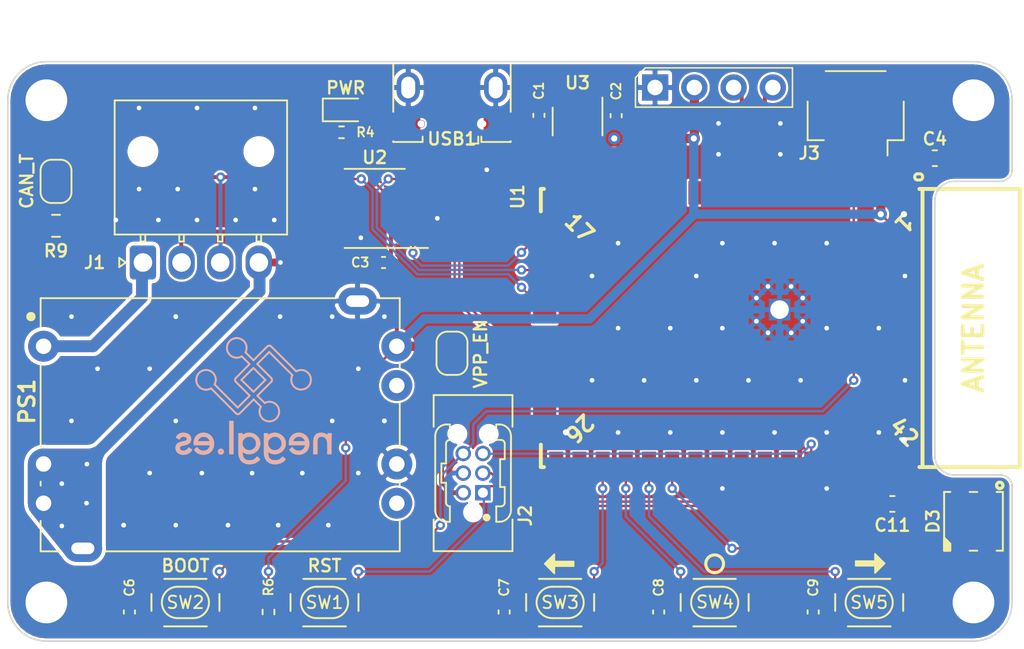
<source format=kicad_pcb>
(kicad_pcb (version 20171130) (host pcbnew 5.1.5+dfsg1-2build2)
  (layers (0 F.Cu signal) (31 B.Cu signal) (34 B.Paste user) (35 F.Paste user) (36 B.SilkS user) (37 F.SilkS user) (38 B.Mask user) (39 F.Mask user) (44 Edge.Cuts user))
  (net 0 "")
  (net 1 Board_1-+3V3)
  (net 2 Board_1-+48V)
  (net 3 Board_1-/CAN+)
  (net 4 Board_1-/CAN-)
  (net 5 Board_1-/CAN_RX)
  (net 6 Board_1-/CAN_TX)
  (net 7 Board_1-/LED_D)
  (net 8 Board_1-/MTCK)
  (net 9 Board_1-/MTDI)
  (net 10 Board_1-/MTDO)
  (net 11 Board_1-/MTMS)
  (net 12 Board_1-/OLED_SCL)
  (net 13 Board_1-/OLED_SDA)
  (net 14 Board_1-/QW_SCL)
  (net 15 Board_1-/QW_SDA)
  (net 16 Board_1-/U0RXD)
  (net 17 Board_1-/U0TXD)
  (net 18 Board_1-/U1RX0)
  (net 19 Board_1-/USB_D+)
  (net 20 Board_1-/USB_D-)
  (net 21 Board_1-/USB_ID)
  (net 22 Board_1-/VBUS)
  (net 23 Board_1-/VDD_SPI)
  (net 24 Board_1-/VPP)
  (net 25 Board_1-/xPSRAM_CS)
  (net 26 Board_1-/~BOOT)
  (net 27 Board_1-/~CAN_EN)
  (net 28 Board_1-/~DFU)
  (net 29 Board_1-/~RST)
  (net 30 Board_1-/~SW_L)
  (net 31 Board_1-/~SW_R)
  (net 32 Board_1-/~SW_S)
  (net 33 Board_1-GND)
  (net 34 Board_1-GNDPWR)
  (net 35 "Board_1-Net-(D2-Pad1)")
  (net 36 "Board_1-Net-(D3-Pad1)")
  (net 37 "Board_1-Net-(JP2-Pad1)")
  (net 38 "Board_1-Net-(PS1-Pad4)")
  (net 39 "Board_1-Net-(PS1-Pad6)")
  (net 40 "Board_1-Net-(U1-Pad10)")
  (net 41 "Board_1-Net-(U1-Pad11)")
  (net 42 "Board_1-Net-(U1-Pad12)")
  (net 43 "Board_1-Net-(U1-Pad13)")
  (net 44 "Board_1-Net-(U1-Pad14)")
  (net 45 "Board_1-Net-(U1-Pad15)")
  (net 46 "Board_1-Net-(U1-Pad16)")
  (net 47 "Board_1-Net-(U1-Pad17)")
  (net 48 "Board_1-Net-(U1-Pad24)")
  (net 49 "Board_1-Net-(U1-Pad27)")
  (net 50 "Board_1-Net-(U1-Pad28)")
  (net 51 "Board_1-Net-(U1-Pad6)")
  (net 52 "Board_1-Net-(U1-Pad9)")
  (net 53 "Board_1-Net-(U3-Pad4)")
  (module Resistor_SMD:R_0402_1005Metric (layer F.Cu) (at 134.375 116.87 90)
    (fp_text reference R6 (at 0.945 0 90) (layer F.SilkS) (effects (font (size 0.6 0.6) (thickness 0.12)) (justify left)))
    (fp_text value 10K)
    (pad 2 smd roundrect (at 0.51 0 90) (size 0.54 0.64) (layers F.Cu F.Paste F.Mask) (net 1 Board_1-+3V3))
    (pad 1 smd roundrect (at -0.51 0 90) (size 0.54 0.64) (layers F.Cu F.Paste F.Mask) (net 29 Board_1-/~RST))
  )
  (module Capacitor_SMD:C_0402_1005Metric (layer F.Cu) (at 125.375 116.87 90)
    (fp_text reference C6 (at 0.92 0 270) (layer F.SilkS) (effects (font (size 0.6 0.6) (thickness 0.12)) (justify left)))
    (fp_text value 100nF)
    (pad 1 smd roundrect (at -0.48 0 90) (size 0.56 0.62) (layers F.Cu F.Paste F.Mask) (net 33 Board_1-GND))
    (pad 2 smd roundrect (at 0.48 0 90) (size 0.56 0.62) (layers F.Cu F.Paste F.Mask) (net 26 Board_1-/~BOOT))
  )
  (module Capacitor_SMD:C_0603_1608Metric (layer F.Cu) (at 174.75 109.875)
    (fp_text reference C11 (at 0 1.375) (layer F.SilkS) (effects (font (size 0.8 0.8) (thickness 0.1524))))
    (fp_text value 10uF)
    (pad 1 smd roundrect (at -0.775 0) (size 0.9 0.95) (layers F.Cu F.Paste F.Mask) (net 29 Board_1-/~RST))
    (pad 2 smd roundrect (at 0.775 0) (size 0.9 0.95) (layers F.Cu F.Paste F.Mask) (net 33 Board_1-GND))
  )
  (module Resistor_SMD:R_0402_1005Metric (layer F.Cu) (at 139.1 85.825 180)
    (fp_text reference R4 (at -1.55 0) (layer F.SilkS) (effects (font (size 0.6 0.6) (thickness 0.12))))
    (fp_text value 1K)
    (pad 2 smd roundrect (at 0.51 0 180) (size 0.54 0.64) (layers F.Cu F.Paste F.Mask) (net 35 "Board_1-Net-(D2-Pad1)"))
    (pad 1 smd roundrect (at -0.51 0 180) (size 0.54 0.64) (layers F.Cu F.Paste F.Mask) (net 33 Board_1-GND))
  )
  (module Package_SO:SOIC-8_3.9x4.9mm_P1.27mm (layer F.Cu) (at 141.25 90.75 180)
    (fp_text reference U2 (at 0 3.3) (layer F.SilkS) (effects (font (size 0.8 0.8) (thickness 0.1524))))
    (fp_text value MAX3051ESA)
    (pad 1 smd roundrect (at -2.475 -1.905 180) (size 1.95 0.6) (layers F.Cu F.Paste F.Mask) (net 6 Board_1-/CAN_TX))
    (pad 2 smd roundrect (at -2.475 -0.635 180) (size 1.95 0.6) (layers F.Cu F.Paste F.Mask) (net 33 Board_1-GND))
    (pad 3 smd roundrect (at -2.475 0.635 180) (size 1.95 0.6) (layers F.Cu F.Paste F.Mask) (net 1 Board_1-+3V3))
    (pad 4 smd roundrect (at -2.475 1.905 180) (size 1.95 0.6) (layers F.Cu F.Paste F.Mask) (net 5 Board_1-/CAN_RX))
    (pad 5 smd roundrect (at 2.475 1.905 180) (size 1.95 0.6) (layers F.Cu F.Paste F.Mask) (net 27 Board_1-/~CAN_EN))
    (pad 6 smd roundrect (at 2.475 0.635 180) (size 1.95 0.6) (layers F.Cu F.Paste F.Mask) (net 4 Board_1-/CAN-))
    (pad 7 smd roundrect (at 2.475 -0.635 180) (size 1.95 0.6) (layers F.Cu F.Paste F.Mask) (net 3 Board_1-/CAN+))
    (pad 8 smd roundrect (at 2.475 -1.905 180) (size 1.95 0.6) (layers F.Cu F.Paste F.Mask) (net 33 Board_1-GND))
  )
  (module 10-My-Footprints:neggle-logo-0.12 (layer B.Cu) (at 133.425 108.75 180)
    (fp_text reference LOGO1 hide)
    (fp_text value Logo_Open_Hardware_Small hide)
  )
  (module "10-My-Footprints:ESP32-S2-WROVER_and_WROOM(PCB,-I(IPEX))-Universal" (layer F.Cu) (at 167.5 98.49 270)
    (fp_text reference U1 (at -8.5 17 270) (layer F.SilkS) (effects (font (size 0.8 0.8) (thickness 0.1524))))
    (fp_text value ESP32-S2-WROVER)
    (fp_text user 1 (at -6.75 -8.001 225 unlocked) (layer F.SilkS) (effects (font (thickness 0.2))))
    (fp_text user ANTENNA (at 0.01 -12.5 90) (layer F.SilkS) (effects (font (size 1.27 1.27) (thickness 0.254))))
    (fp_text user 42 (at 6.75 -8 315 unlocked) (layer F.SilkS) (effects (font (thickness 0.2))))
    (fp_text user 26 (at 6.51 13 225 unlocked) (layer F.SilkS) (effects (font (thickness 0.2))))
    (fp_text user o (at -9.779 -8.8646 270) (layer F.SilkS) (effects (font (size 0.762 0.762) (thickness 0.1905))))
    (fp_text user 17 (at -6.49 13 315 unlocked) (layer F.SilkS) (effects (font (thickness 0.2))))
    (pad 32 smd rect (at 8.75 7 270) (size 1.5 0.9) (layers F.Cu F.Paste F.Mask) (net 7 Board_1-/LED_D))
    (pad 43 thru_hole circle (at -1.94 1.55 270) (size 0.5 0.5) (drill 0.3) (layers *.Cu) (net 33 Board_1-GND))
    (pad 33 smd rect (at 8.75 5.5 270) (size 1.5 0.9) (layers F.Cu F.Paste F.Mask) (net 8 Board_1-/MTCK))
    (pad 29 smd rect (at 8.75 11.5 270) (size 1.5 0.9) (layers F.Cu F.Paste F.Mask) (net 30 Board_1-/~SW_L))
    (pad 7 smd rect (at -8.75 1 270) (size 1.5 0.9) (layers F.Cu F.Paste F.Mask) (net 13 Board_1-/OLED_SDA))
    (pad 17 smd rect (at -6.75 15.25 270) (size 0.9 1.5) (layers F.Cu F.Paste F.Mask) (net 47 "Board_1-Net-(U1-Pad17)"))
    (pad 43 smd rect (at 0.31 0.05 270) (size 1.1 1.1) (layers F.Cu F.Paste F.Mask) (net 33 Board_1-GND))
    (pad 28 smd rect (at 8.75 13 270) (size 1.5 0.9) (layers F.Cu F.Paste F.Mask) (net 50 "Board_1-Net-(U1-Pad28)"))
    (pad 5 smd rect (at -8.75 -2 270) (size 1.5 0.9) (layers F.Cu F.Paste F.Mask) (net 15 Board_1-/QW_SDA))
    (pad 43 thru_hole circle (at -0.44 1.55 270) (size 0.5 0.5) (drill 0.3) (layers *.Cu) (net 33 Board_1-GND))
    (pad 8 smd rect (at -8.75 2.5 270) (size 1.5 0.9) (layers F.Cu F.Paste F.Mask) (net 12 Board_1-/OLED_SCL))
    (pad 37 smd rect (at 8.75 -0.5 270) (size 1.5 0.9) (layers F.Cu F.Paste F.Mask) (net 17 Board_1-/U0TXD))
    (pad 43 smd rect (at -1.19 1.55 270) (size 1.1 1.1) (layers F.Cu F.Paste F.Mask) (net 33 Board_1-GND))
    (pad 13 smd rect (at -8.75 10 270) (size 1.5 0.9) (layers F.Cu F.Paste F.Mask) (net 43 "Board_1-Net-(U1-Pad13)"))
    (pad 18 smd rect (at -5.25 15.25 270) (size 0.9 1.5) (layers F.Cu F.Paste F.Mask) (net 6 Board_1-/CAN_TX))
    (pad 27 smd rect (at 8.75 14.5 270) (size 1.5 0.9) (layers F.Cu F.Paste F.Mask) (net 49 "Board_1-Net-(U1-Pad27)"))
    (pad 43 smd rect (at -1.19 -1.45 270) (size 1.1 1.1) (layers F.Cu F.Paste F.Mask) (net 33 Board_1-GND))
    (pad 31 smd rect (at 8.75 8.5 270) (size 1.5 0.9) (layers F.Cu F.Paste F.Mask) (net 31 Board_1-/~SW_R))
    (pad 6 smd rect (at -8.75 -0.5 270) (size 1.5 0.9) (layers F.Cu F.Paste F.Mask) (net 51 "Board_1-Net-(U1-Pad6)"))
    (pad 22 smd rect (at 0.75 15.25 270) (size 0.9 1.5) (layers F.Cu F.Paste F.Mask) (net 20 Board_1-/USB_D-))
    (pad 43 thru_hole circle (at -2.69 0.8 270) (size 0.5 0.5) (drill 0.3) (layers *.Cu) (net 33 Board_1-GND))
    (pad 43 smd rect (at 0.31 -1.45 270) (size 1.1 1.1) (layers F.Cu F.Paste F.Mask) (net 33 Board_1-GND))
    (pad 4 smd rect (at -8.75 -3.5 270) (size 1.5 0.9) (layers F.Cu F.Paste F.Mask) (net 14 Board_1-/QW_SCL))
    (pad 38 smd rect (at 8.75 -2 270) (size 1.5 0.9) (layers F.Cu F.Paste F.Mask) (net 16 Board_1-/U0RXD))
    (pad 43 smd rect (at 0.31 1.55 270) (size 1.1 1.1) (layers F.Cu F.Paste F.Mask) (net 33 Board_1-GND))
    (pad 43 smd rect (at -2.69 0.05 270) (size 1.1 1.1) (layers F.Cu F.Paste F.Mask) (net 33 Board_1-GND))
    (pad 21 smd rect (at -0.75 15.25 270) (size 0.9 1.5) (layers F.Cu F.Paste F.Mask) (net 18 Board_1-/U1RX0))
    (pad 15 smd rect (at -8.75 13 270) (size 1.5 0.9) (layers F.Cu F.Paste F.Mask) (net 45 "Board_1-Net-(U1-Pad15)"))
    (pad 10 smd rect (at -8.75 5.5 270) (size 1.5 0.9) (layers F.Cu F.Paste F.Mask) (net 40 "Board_1-Net-(U1-Pad10)"))
    (pad 36 smd rect (at 8.75 1 270) (size 1.5 0.9) (layers F.Cu F.Paste F.Mask) (net 11 Board_1-/MTMS))
    (pad 12 smd rect (at -8.75 8.5 270) (size 1.5 0.9) (layers F.Cu F.Paste F.Mask) (net 42 "Board_1-Net-(U1-Pad12)"))
    (pad 30 smd rect (at 8.75 10 270) (size 1.5 0.9) (layers F.Cu F.Paste F.Mask) (net 32 Board_1-/~SW_S))
    (pad 43 thru_hole circle (at 0.31 0.8 270) (size 0.5 0.5) (drill 0.3) (layers *.Cu) (net 33 Board_1-GND))
    (pad 16 smd rect (at -8.75 14.5 270) (size 1.5 0.9) (layers F.Cu F.Paste F.Mask) (net 46 "Board_1-Net-(U1-Pad16)"))
    (pad 41 smd rect (at 8.75 -6.5 270) (size 1.5 0.9) (layers F.Cu F.Paste F.Mask) (net 29 Board_1-/~RST))
    (pad 43 thru_hole circle (at 0.31 -0.7 270) (size 0.5 0.5) (drill 0.3) (layers *.Cu) (net 33 Board_1-GND))
    (pad 9 smd rect (at -8.75 4 270) (size 1.5 0.9) (layers F.Cu F.Paste F.Mask) (net 52 "Board_1-Net-(U1-Pad9)"))
    (pad 43 thru_hole circle (at -2.69 -0.7 270) (size 0.5 0.5) (drill 0.3) (layers *.Cu) (net 33 Board_1-GND))
    (pad 43 thru_hole circle (at -0.44 -1.45 270) (size 0.5 0.5) (drill 0.3) (layers *.Cu) (net 33 Board_1-GND))
    (pad 23 smd rect (at 2.25 15.25 270) (size 0.9 1.5) (layers F.Cu F.Paste F.Mask) (net 19 Board_1-/USB_D+))
    (pad 43 thru_hole circle (at -1.94 -1.45 270) (size 0.5 0.5) (drill 0.3) (layers *.Cu) (net 33 Board_1-GND))
    (pad 19 smd rect (at -3.75 15.25 270) (size 0.9 1.5) (layers F.Cu F.Paste F.Mask) (net 5 Board_1-/CAN_RX))
    (pad 43 smd rect (at -2.69 1.55 270) (size 1.1 1.1) (layers F.Cu F.Paste F.Mask) (net 33 Board_1-GND))
    (pad 43 smd rect (at -2.69 -1.45 270) (size 1.1 1.1) (layers F.Cu F.Paste F.Mask) (net 33 Board_1-GND))
    (pad 26 smd rect (at 6.75 15.25 270) (size 0.9 1.5) (layers F.Cu F.Paste F.Mask) (net 33 Board_1-GND))
    (pad 24 smd rect (at 3.75 15.25 270) (size 0.9 1.5) (layers F.Cu F.Paste F.Mask) (net 48 "Board_1-Net-(U1-Pad24)"))
    (pad 20 smd rect (at -2.25 15.25 270) (size 0.9 1.5) (layers F.Cu F.Paste F.Mask) (net 27 Board_1-/~CAN_EN))
    (pad 11 smd rect (at -8.75 7 270) (size 1.5 0.9) (layers F.Cu F.Paste F.Mask) (net 41 "Board_1-Net-(U1-Pad11)"))
    (pad 40 smd rect (at 8.75 -5 270) (size 1.5 0.9) (layers F.Cu F.Paste F.Mask) (net 28 Board_1-/~DFU))
    (pad 35 smd rect (at 8.75 2.5 270) (size 1.5 0.9) (layers F.Cu F.Paste F.Mask) (net 9 Board_1-/MTDI))
    (pad 14 smd rect (at -8.75 11.5 270) (size 1.5 0.9) (layers F.Cu F.Paste F.Mask) (net 44 "Board_1-Net-(U1-Pad14)"))
    (pad 39 smd rect (at 8.75 -3.5 270) (size 1.5 0.9) (layers F.Cu F.Paste F.Mask) (net 23 Board_1-/VDD_SPI))
    (pad 42 smd rect (at 8.75 -8 270) (size 1.5 0.9) (layers F.Cu F.Paste F.Mask) (net 33 Board_1-GND))
    (pad 25 smd rect (at 5.25 15.25 270) (size 0.9 1.5) (layers F.Cu F.Paste F.Mask) (net 25 Board_1-/xPSRAM_CS))
    (pad 34 smd rect (at 8.75 4 270) (size 1.5 0.9) (layers F.Cu F.Paste F.Mask) (net 10 Board_1-/MTDO))
    (pad 43 smd rect (at -1.19 0.05 270) (size 4.1 4.1) (layers F.Cu F.Mask) (net 33 Board_1-GND))
    (pad 2 smd rect (at -8.75 -6.5 270) (size 1.5 0.9) (layers F.Cu F.Paste F.Mask) (net 1 Board_1-+3V3))
    (pad 43 thru_hole rect (at -1.19 0.05 270) (size 1.4 1.4) (drill 1.2) (layers *.Cu *.Mask F.Paste) (net 33 Board_1-GND))
    (pad 3 smd rect (at -8.75 -5 270) (size 1.5 0.9) (layers F.Cu F.Paste F.Mask) (net 26 Board_1-/~BOOT))
    (pad 1 smd rect (at -8.75 -8 270) (size 1.5 0.9) (layers F.Cu F.Paste F.Mask) (net 33 Board_1-GND))
  )
  (module 10-My-Footprints:LED_0603_1608Metric_SnapModel (layer F.Cu) (at 139.375 84.375)
    (fp_text reference D2 hide)
    (fp_text value PWR (at 0 -1.425 180) (layer F.SilkS) (effects (font (size 0.8 0.8))))
    (pad 1 smd roundrect (at -0.7875 0) (size 0.875 0.95) (layers F.Cu F.Paste F.Mask) (net 35 "Board_1-Net-(D2-Pad1)"))
    (pad 2 smd roundrect (at 0.7875 0) (size 0.875 0.95) (layers F.Cu F.Paste F.Mask) (net 1 Board_1-+3V3))
  )
  (module MountingHole:MountingHole_2.7mm_M2.5_ISO7380_Pad_TopBottom (layer F.Cu) (at 120 83.75)
    (fp_text reference H1 hide)
    (fp_text value MP)
    (pad 1 thru_hole circle (at 0 0) (size 3.1 3.1) (drill 2.7) (layers *.Cu *.Mask) (net 33 Board_1-GND))
    (pad 1 connect circle (at 0 0) (size 4.5 4.5) (layers F.Cu F.Mask) (net 33 Board_1-GND))
    (pad 1 connect circle (at 0 0) (size 4.5 4.5) (layers B.Cu B.Mask) (net 33 Board_1-GND))
  )
  (module MountingHole:MountingHole_2.7mm_M2.5_ISO7380_Pad_TopBottom (layer F.Cu) (at 120 116.25)
    (fp_text reference H2 hide)
    (fp_text value MP)
    (pad 1 thru_hole circle (at 0 0) (size 3.1 3.1) (drill 2.7) (layers *.Cu *.Mask) (net 33 Board_1-GND))
    (pad 1 connect circle (at 0 0) (size 4.5 4.5) (layers F.Cu F.Mask) (net 33 Board_1-GND))
    (pad 1 connect circle (at 0 0) (size 4.5 4.5) (layers B.Cu B.Mask) (net 33 Board_1-GND))
  )
  (module MountingHole:MountingHole_2.7mm_M2.5_ISO7380_Pad_TopBottom (layer F.Cu) (at 180 83.75 180)
    (fp_text reference H3 hide)
    (fp_text value MP)
    (pad 1 thru_hole circle (at 0 0 180) (size 3.1 3.1) (drill 2.7) (layers *.Cu *.Mask) (net 33 Board_1-GND))
    (pad 1 connect circle (at 0 0 180) (size 4.5 4.5) (layers F.Cu F.Mask) (net 33 Board_1-GND))
    (pad 1 connect circle (at 0 0 180) (size 4.5 4.5) (layers B.Cu B.Mask) (net 33 Board_1-GND))
  )
  (module MountingHole:MountingHole_2.7mm_M2.5_ISO7380_Pad_TopBottom (layer F.Cu) (at 180 116.25 180)
    (fp_text reference H4 hide)
    (fp_text value MP)
    (pad 1 thru_hole circle (at 0 0 180) (size 3.1 3.1) (drill 2.7) (layers *.Cu *.Mask) (net 33 Board_1-GND))
    (pad 1 connect circle (at 0 0 180) (size 4.5 4.5) (layers F.Cu F.Mask) (net 33 Board_1-GND))
    (pad 1 connect circle (at 0 0 180) (size 4.5 4.5) (layers B.Cu B.Mask) (net 33 Board_1-GND))
  )
  (module Jumper:SolderJumper-2_P1.3mm_Open_RoundedPad1.0x1.5mm (layer F.Cu) (at 120.625 89 90)
    (fp_text reference JP2 hide)
    (fp_text value CAN_T (at 0 -1.9 270) (layer F.SilkS) (effects (font (size 0.8 0.8) (thickness 0.1524))))
    (pad 2 smd custom (at 0.65 0 90) (size 1 0.5) (layers F.Cu F.Mask) (net 4 Board_1-/CAN-) (options (clearance outline) (anchor rect)) (primitives (gr_circle (center 0 0.25) (end 0.5 0.25) (width 0)) (gr_circle (center 0 -0.25) (end 0.5 -0.25) (width 0)) (gr_poly (pts (xy 0 -0.75) (xy -0.5 -0.75) (xy -0.5 0.75) (xy 0 0.75)) (width 0))))
    (pad 1 smd custom (at -0.65 0 90) (size 1 0.5) (layers F.Cu F.Mask) (net 37 "Board_1-Net-(JP2-Pad1)") (options (clearance outline) (anchor rect)) (primitives (gr_circle (center 0 0.25) (end 0.5 0.25) (width 0)) (gr_circle (center 0 -0.25) (end 0.5 -0.25) (width 0)) (gr_poly (pts (xy 0 -0.75) (xy 0.5 -0.75) (xy 0.5 0.75) (xy 0 0.75)) (width 0))))
  )
  (module Resistor_SMD:R_0805_2012Metric_Pad1.15x1.40mm_HandSolder (layer F.Cu) (at 120.625 91.875 180)
    (fp_text reference R9 (at 0 -1.625 180) (layer F.SilkS) (effects (font (size 0.8 0.8) (thickness 0.1524))))
    (fp_text value 120R)
    (pad 1 smd roundrect (at -1.025 0 180) (size 1.15 1.4) (layers F.Cu F.Paste F.Mask) (roundrect_rratio 0.217391) (net 3 Board_1-/CAN+))
    (pad 2 smd roundrect (at 1.025 0 180) (size 1.15 1.4) (layers F.Cu F.Paste F.Mask) (roundrect_rratio 0.217391) (net 37 "Board_1-Net-(JP2-Pad1)"))
  )
  (module Capacitor_SMD:C_0402_1005Metric (layer F.Cu) (at 141.82 94.25)
    (fp_text reference C3 (at -1.51 0) (layer F.SilkS) (effects (font (size 0.6 0.6) (thickness 0.12))))
    (fp_text value 10uF)
    (pad 1 smd roundrect (at -0.48 0) (size 0.56 0.62) (layers F.Cu F.Paste F.Mask) (net 33 Board_1-GND))
    (pad 2 smd roundrect (at 0.48 0) (size 0.56 0.62) (layers F.Cu F.Paste F.Mask) (net 1 Board_1-+3V3))
  )
  (module Capacitor_SMD:C_0402_1005Metric (layer F.Cu) (at 149.625 116.87 90)
    (fp_text reference C7 (at 0.92 0 270) (layer F.SilkS) (effects (font (size 0.6 0.6) (thickness 0.12)) (justify left)))
    (fp_text value 100nF)
    (pad 1 smd roundrect (at -0.48 0 90) (size 0.56 0.62) (layers F.Cu F.Paste F.Mask) (net 33 Board_1-GND))
    (pad 2 smd roundrect (at 0.48 0 90) (size 0.56 0.62) (layers F.Cu F.Paste F.Mask) (net 30 Board_1-/~SW_L))
  )
  (module Capacitor_SMD:C_0402_1005Metric (layer F.Cu) (at 169.625 116.87 90)
    (fp_text reference C9 (at 0.92 0 270) (layer F.SilkS) (effects (font (size 0.6 0.6) (thickness 0.12)) (justify left)))
    (fp_text value 100nF)
    (pad 1 smd roundrect (at -0.48 0 90) (size 0.56 0.62) (layers F.Cu F.Paste F.Mask) (net 33 Board_1-GND))
    (pad 2 smd roundrect (at 0.48 0 90) (size 0.56 0.62) (layers F.Cu F.Paste F.Mask) (net 31 Board_1-/~SW_R))
  )
  (module 10-My-Footprints:KEY-SMD_4P-L4.2-W3.2-P2.20-LS5.1-TL (layer F.Cu) (at 173.25 116.25)
    (fp_text reference SW5 (at 0 0) (layer F.SilkS) (effects (font (size 0.8 0.8) (thickness 0.12))))
    (fp_text value RIGHT hide)
    (pad 2 smd rect (at 2.2 1.1) (size 1.2 0.65) (layers F.Cu F.Paste F.Mask) (net 33 Board_1-GND))
    (pad 2 smd rect (at -2.2 1.1) (size 1.2 0.65) (layers F.Cu F.Paste F.Mask) (net 33 Board_1-GND))
    (pad 1 smd rect (at 2.2 -1.1) (size 1.2 0.65) (layers F.Cu F.Paste F.Mask) (net 31 Board_1-/~SW_R))
    (pad 1 smd rect (at -2.2 -1.1) (size 1.2 0.65) (layers F.Cu F.Paste F.Mask) (net 31 Board_1-/~SW_R))
  )
  (module 10-My-Footprints:KEY-SMD_4P-L4.2-W3.2-P2.20-LS5.1-TL (layer F.Cu) (at 138 116.25)
    (fp_text reference SW1 (at 0 0 180) (layer F.SilkS) (effects (font (size 0.8 0.8) (thickness 0.12))))
    (fp_text value RST (at 0 -2.375) (layer F.SilkS) (effects (font (size 0.8 0.8) (thickness 0.1524))))
    (pad 2 smd rect (at 2.2 1.1) (size 1.2 0.65) (layers F.Cu F.Paste F.Mask) (net 33 Board_1-GND))
    (pad 2 smd rect (at -2.2 1.1) (size 1.2 0.65) (layers F.Cu F.Paste F.Mask) (net 33 Board_1-GND))
    (pad 1 smd rect (at 2.2 -1.1) (size 1.2 0.65) (layers F.Cu F.Paste F.Mask) (net 29 Board_1-/~RST))
    (pad 1 smd rect (at -2.2 -1.1) (size 1.2 0.65) (layers F.Cu F.Paste F.Mask) (net 29 Board_1-/~RST))
  )
  (module 10-My-Footprints:KEY-SMD_4P-L4.2-W3.2-P2.20-LS5.1-TL (layer F.Cu) (at 153.25 116.25)
    (fp_text reference SW3 (at 0 0) (layer F.SilkS) (effects (font (size 0.8 0.8) (thickness 0.12))))
    (fp_text value LEFT)
    (pad 2 smd rect (at 2.2 1.1) (size 1.2 0.65) (layers F.Cu F.Paste F.Mask) (net 33 Board_1-GND))
    (pad 2 smd rect (at -2.2 1.1) (size 1.2 0.65) (layers F.Cu F.Paste F.Mask) (net 33 Board_1-GND))
    (pad 1 smd rect (at 2.2 -1.1) (size 1.2 0.65) (layers F.Cu F.Paste F.Mask) (net 30 Board_1-/~SW_L))
    (pad 1 smd rect (at -2.2 -1.1) (size 1.2 0.65) (layers F.Cu F.Paste F.Mask) (net 30 Board_1-/~SW_L))
  )
  (module 10-My-Footprints:KEY-SMD_4P-L4.2-W3.2-P2.20-LS5.1-TL (layer F.Cu) (at 129 116.25)
    (fp_text reference SW2 (at 0 0) (layer F.SilkS) (effects (font (size 0.8 0.8) (thickness 0.12))))
    (fp_text value BOOT (at 0 -2.375) (layer F.SilkS) (effects (font (size 0.8 0.8) (thickness 0.1524))))
    (pad 2 smd rect (at 2.2 1.1) (size 1.2 0.65) (layers F.Cu F.Paste F.Mask) (net 33 Board_1-GND))
    (pad 2 smd rect (at -2.2 1.1) (size 1.2 0.65) (layers F.Cu F.Paste F.Mask) (net 33 Board_1-GND))
    (pad 1 smd rect (at 2.2 -1.1) (size 1.2 0.65) (layers F.Cu F.Paste F.Mask) (net 26 Board_1-/~BOOT))
    (pad 1 smd rect (at -2.2 -1.1) (size 1.2 0.65) (layers F.Cu F.Paste F.Mask) (net 26 Board_1-/~BOOT))
  )
  (module Package_TO_SOT_SMD:SOT-23-5 (layer F.Cu) (at 154.375 85.125 270)
    (fp_text reference U3 (at -2.5 0) (layer F.SilkS) (effects (font (size 0.8 0.8) (thickness 0.1524))))
    (fp_text value XC6220B331MR)
    (pad 1 smd rect (at -1.1 -0.95 270) (size 1.06 0.65) (layers F.Cu F.Paste F.Mask) (net 22 Board_1-/VBUS))
    (pad 2 smd rect (at -1.1 0 270) (size 1.06 0.65) (layers F.Cu F.Paste F.Mask) (net 33 Board_1-GND))
    (pad 3 smd rect (at -1.1 0.95 270) (size 1.06 0.65) (layers F.Cu F.Paste F.Mask) (net 22 Board_1-/VBUS))
    (pad 4 smd rect (at 1.1 0.95 270) (size 1.06 0.65) (layers F.Cu F.Paste F.Mask) (net 53 "Board_1-Net-(U3-Pad4)"))
    (pad 5 smd rect (at 1.1 -0.95 270) (size 1.06 0.65) (layers F.Cu F.Paste F.Mask) (net 1 Board_1-+3V3))
  )
  (module Capacitor_SMD:C_0402_1005Metric (layer F.Cu) (at 151.875 84.73 90)
    (fp_text reference C1 (at 0.93 0 270) (layer F.SilkS) (effects (font (size 0.6 0.6) (thickness 0.12)) (justify left)))
    (fp_text value 10uF)
    (pad 1 smd roundrect (at -0.48 0 90) (size 0.56 0.62) (layers F.Cu F.Paste F.Mask) (net 33 Board_1-GND))
    (pad 2 smd roundrect (at 0.48 0 90) (size 0.56 0.62) (layers F.Cu F.Paste F.Mask) (net 22 Board_1-/VBUS))
  )
  (module Capacitor_SMD:C_0402_1005Metric (layer F.Cu) (at 156.875 84.75 270)
    (fp_text reference C2 (at -0.925 0 90) (layer F.SilkS) (effects (font (size 0.6 0.6) (thickness 0.12)) (justify left)))
    (fp_text value 10uF)
    (pad 1 smd roundrect (at -0.48 0 270) (size 0.56 0.62) (layers F.Cu F.Paste F.Mask) (net 33 Board_1-GND))
    (pad 2 smd roundrect (at 0.48 0 270) (size 0.56 0.62) (layers F.Cu F.Paste F.Mask) (net 1 Board_1-+3V3))
  )
  (module Capacitor_SMD:C_0402_1005Metric (layer F.Cu) (at 159.625 116.87 90)
    (fp_text reference C8 (at 0.925 0 90) (layer F.SilkS) (effects (font (size 0.6 0.6) (thickness 0.12)) (justify left)))
    (fp_text value 100nF)
    (pad 1 smd roundrect (at -0.48 0 90) (size 0.56 0.62) (layers F.Cu F.Paste F.Mask) (net 33 Board_1-GND))
    (pad 2 smd roundrect (at 0.48 0 90) (size 0.56 0.62) (layers F.Cu F.Paste F.Mask) (net 32 Board_1-/~SW_S))
  )
  (module 10-My-Footprints:Converter_DCDC_TDK-Lambda_CC3-xxxxxF-E (layer F.Cu) (at 131.25 104.75)
    (fp_text reference PS1 (at -12.5 -1.5 270) (layer F.SilkS) (effects (font (thickness 0.2))))
    (fp_text value CC3-4803SF-E)
    (pad 1 thru_hole circle (at -11.43 -5.08) (size 2 2) (drill 1) (layers *.Cu *.Mask) (net 2 Board_1-+48V))
    (pad 2 thru_hole circle (at -11.43 2.54) (size 2 2) (drill 1) (layers *.Cu *.Mask) (net 34 Board_1-GNDPWR))
    (pad 3 thru_hole circle (at -11.43 5.08) (size 2 2) (drill 1) (layers *.Cu *.Mask) (net 34 Board_1-GNDPWR))
    (pad 7 thru_hole circle (at 11.43 -5.08) (size 2 2) (drill 1) (layers *.Cu *.Mask) (net 1 Board_1-+3V3))
    (pad 6 thru_hole circle (at 11.43 -2.54) (size 2 2) (drill 1) (layers *.Cu *.Mask) (net 39 "Board_1-Net-(PS1-Pad6)"))
    (pad 5 thru_hole circle (at 11.43 2.54) (size 2 2) (drill 1) (layers *.Cu *.Mask) (net 33 Board_1-GND))
    (pad 4 thru_hole circle (at 11.43 5.08) (size 2 2) (drill 1) (layers *.Cu *.Mask) (net 38 "Board_1-Net-(PS1-Pad4)"))
    (pad MP thru_hole oval (at -8.89 8) (size 2.5 1.75) (drill oval 1.5 0.75) (layers *.Cu *.Mask) (net 34 Board_1-GNDPWR))
    (pad MP2 thru_hole oval (at 8.89 -8) (size 2.5 1.75) (drill oval 1.5 0.75) (layers *.Cu *.Mask) (net 33 Board_1-GND))
  )
  (module 10-My-Footprints:LED_SK6812MINI_PLCC4_3.5x3.5mm_P1.75mm_3D (layer F.Cu) (at 180 111 270)
    (fp_text reference D3 (at 0 2.625 270) (layer F.SilkS) (effects (font (size 0.8 0.8) (thickness 0.1524))))
    (fp_text value SK6812MINI)
    (pad 3 smd rect (at 1.75 0.875 270) (size 1 0.85) (layers F.Cu F.Paste F.Mask) (net 7 Board_1-/LED_D))
    (pad 4 smd rect (at 1.75 -0.875 270) (size 1 0.85) (layers F.Cu F.Paste F.Mask) (net 1 Board_1-+3V3))
    (pad 2 smd rect (at -1.75 0.875 270) (size 1 0.85) (layers F.Cu F.Paste F.Mask) (net 33 Board_1-GND))
    (pad 1 smd rect (at -1.75 -0.875 270) (size 1 0.85) (layers F.Cu F.Paste F.Mask) (net 36 "Board_1-Net-(D3-Pad1)"))
  )
  (module Capacitor_SMD:C_0603_1608Metric (layer F.Cu) (at 177.5 87.5 180)
    (fp_text reference C4 (at 0 1.25) (layer F.SilkS) (effects (font (size 0.8 0.8) (thickness 0.1524))))
    (fp_text value 22uF)
    (pad 1 smd roundrect (at -0.775 0 180) (size 0.9 0.95) (layers F.Cu F.Paste F.Mask) (net 33 Board_1-GND))
    (pad 2 smd roundrect (at 0.775 0 180) (size 0.9 0.95) (layers F.Cu F.Paste F.Mask) (net 1 Board_1-+3V3))
  )
  (module 10-My-Footprints:KEY-SMD_4P-L4.2-W3.2-P2.20-LS5.1-TL (layer F.Cu) (at 163.25 116.25)
    (fp_text reference SW4 (at 0.025 -0.025 180) (layer F.SilkS) (effects (font (size 0.8 0.8) (thickness 0.12))))
    (fp_text value SEL hide)
    (pad 1 smd rect (at -2.2 -1.1) (size 1.2 0.65) (layers F.Cu F.Paste F.Mask) (net 32 Board_1-/~SW_S))
    (pad 1 smd rect (at 2.2 -1.1) (size 1.2 0.65) (layers F.Cu F.Paste F.Mask) (net 32 Board_1-/~SW_S))
    (pad 2 smd rect (at -2.2 1.1) (size 1.2 0.65) (layers F.Cu F.Paste F.Mask) (net 33 Board_1-GND))
    (pad 2 smd rect (at 2.2 1.1) (size 1.2 0.65) (layers F.Cu F.Paste F.Mask) (net 33 Board_1-GND))
  )
  (module 10-My-Footprints:JST_SH_SM04B-SRSS-TB_1x04-1MP_P1.00mm_Horizontal_3D (layer F.Cu) (at 172.375 84.55 180)
    (fp_text reference J3 (at 3 -2.625) (layer F.SilkS) (effects (font (size 0.8 0.8) (thickness 0.1524))))
    (fp_text value Qwiic)
    (pad 1 smd roundrect (at -1.5 -2 180) (size 0.6 1.55) (layers F.Cu F.Paste F.Mask) (net 14 Board_1-/QW_SCL))
    (pad 2 smd roundrect (at -0.5 -2 180) (size 0.6 1.55) (layers F.Cu F.Paste F.Mask) (net 15 Board_1-/QW_SDA))
    (pad 3 smd roundrect (at 0.5 -2 180) (size 0.6 1.55) (layers F.Cu F.Paste F.Mask) (net 1 Board_1-+3V3))
    (pad 4 smd roundrect (at 1.5 -2 180) (size 0.6 1.55) (layers F.Cu F.Paste F.Mask) (net 33 Board_1-GND))
    (pad MP smd roundrect (at -2.8 1.875 180) (size 1.2 1.8) (layers F.Cu F.Paste F.Mask) (roundrect_rratio 0.208) (net 33 Board_1-GND) (thermal_gap 0.2))
    (pad MP smd roundrect (at 2.8 1.875 180) (size 1.2 1.8) (layers F.Cu F.Paste F.Mask) (roundrect_rratio 0.208) (net 33 Board_1-GND) (thermal_gap 0.2))
  )
  (module 10-My-Footprints:OLED_SSD1315_128x64_1.3_I2C_New_Silhouette_Big3D (layer F.Cu) (at 163.195 97.625)
    (fp_text reference I2C1)
    (fp_text value OLED)
    (pad 2 thru_hole oval (at -1.26 -14.7 90) (size 1.7 1.7) (drill 1) (layers *.Cu *.Mask) (net 1 Board_1-+3V3))
    (pad 4 thru_hole oval (at 3.82 -14.7 90) (size 1.7 1.7) (drill 1) (layers *.Cu *.Mask) (net 13 Board_1-/OLED_SDA))
    (pad 1 thru_hole rect (at -3.8 -14.7 90) (size 1.7 1.7) (drill 1) (layers *.Cu *.Mask) (net 33 Board_1-GND))
    (pad 3 thru_hole oval (at 1.28 -14.7 90) (size 1.7 1.7) (drill 1) (layers *.Cu *.Mask) (net 12 Board_1-/OLED_SCL))
  )
  (module Jumper:SolderJumper-2_P1.3mm_Open_RoundedPad1.0x1.5mm (layer F.Cu) (at 146.25 100.125 270)
    (fp_text reference JP1)
    (fp_text value VPP_EN (at 0.025 -1.85 90) (layer F.SilkS) (effects (font (size 0.8 0.8) (thickness 0.1524))))
    (pad 1 smd custom (at -0.65 0 270) (size 1 0.5) (layers F.Cu F.Mask) (net 1 Board_1-+3V3) (options (clearance outline) (anchor rect)) (primitives (gr_circle (center 0 0.25) (end 0.5 0.25) (width 0)) (gr_circle (center 0 -0.25) (end 0.5 -0.25) (width 0)) (gr_poly (pts (xy 0 -0.75) (xy 0.5 -0.75) (xy 0.5 0.75) (xy 0 0.75)) (width 0))))
    (pad 2 smd custom (at 0.65 0 270) (size 1 0.5) (layers F.Cu F.Mask) (net 24 Board_1-/VPP) (options (clearance outline) (anchor rect)) (primitives (gr_circle (center 0 0.25) (end 0.5 0.25) (width 0)) (gr_circle (center 0 -0.25) (end 0.5 -0.25) (width 0)) (gr_poly (pts (xy 0 -0.75) (xy -0.5 -0.75) (xy -0.5 0.75) (xy 0 0.75)) (width 0))))
  )
  (module 11-My-Edits:Gecko-G125_PlusTC2030_IDCBox_2x03_P1.25mm_Vertical_3D (layer F.Cu) (at 147.615 107.88 90)
    (fp_text reference J2 (at -2.75 3.375 90) (layer F.SilkS) (effects (font (size 0.8 0.8) (thickness 0.1524))))
    (fp_text value ESP-PROG)
    (pad "" np_thru_hole circle (at 2.54 1.016 90) (size 0.9906 0.9906) (drill 0.9906) (layers *.Cu *.Mask))
    (pad "" np_thru_hole circle (at 2.54 -1.016 90) (size 0.9906 0.9906) (drill 0.9906) (layers *.Cu *.Mask))
    (pad "" np_thru_hole circle (at -2.54 0 90) (size 0.9906 0.9906) (drill 0.9906) (layers *.Cu *.Mask))
    (pad 2 thru_hole oval (at -1.27 -0.635 180) (size 1 1) (drill 0.65) (layers *.Cu *.Mask) (net 24 Board_1-/VPP))
    (pad 6 thru_hole oval (at 1.27 -0.635 180) (size 1 1) (drill 0.65) (layers *.Cu *.Mask) (net 26 Board_1-/~BOOT))
    (pad 5 thru_hole oval (at 1.27 0.635 180) (size 1 1) (drill 0.65) (layers *.Cu *.Mask) (net 16 Board_1-/U0RXD))
    (pad 4 thru_hole oval (at 0 -0.635 180) (size 1 1) (drill 0.65) (layers *.Cu *.Mask) (net 33 Board_1-GND))
    (pad 1 thru_hole rect (at -1.27 0.635 180) (size 1 1) (drill 0.65) (layers *.Cu *.Mask) (net 29 Board_1-/~RST))
    (pad 3 thru_hole oval (at 0 0.635 180) (size 1 1) (drill 0.65) (layers *.Cu *.Mask) (net 17 Board_1-/U0TXD))
  )
  (module NetTie:NetTie-2_SMD_Pad0.5mm (layer F.Cu) (at 134.65 94.25)
    (fp_text reference NT1 hide)
    (fp_text value GND_TIE)
    (fp_poly (pts (xy -0.5 -0.25) (xy 0.5 -0.25) (xy 0.5 0.25) (xy -0.5 0.25)) (layer F.Cu) (width 0))
    (pad 1 smd circle (at -0.5 0) (size 0.5 0.5) (layers F.Cu) (net 34 Board_1-GNDPWR))
    (pad 2 smd circle (at 0.5 0) (size 0.5 0.5) (layers F.Cu) (net 33 Board_1-GND) (clearance 0.001))
  )
  (module 11-My-Edits:Molex_Nano-Fit_105313-xx04_1x04_P2.50mm_Horizontal_3D (layer F.Cu) (at 130 94.25)
    (fp_text reference J1 (at -6.875 0 180) (layer F.SilkS) (effects (font (size 0.8 0.8) (thickness 0.1524))))
    (fp_text value CANBUS)
    (pad 1 thru_hole roundrect (at -3.75 0 90) (size 2.2 1.7) (drill 1.2) (layers *.Cu *.Mask) (roundrect_rratio 0.147059) (net 2 Board_1-+48V))
    (pad 2 thru_hole oval (at -1.25 0 90) (size 2.2 1.7) (drill 1.2) (layers *.Cu *.Mask) (net 3 Board_1-/CAN+))
    (pad 3 thru_hole oval (at 1.25 0 90) (size 2.2 1.7) (drill 1.2) (layers *.Cu *.Mask) (net 4 Board_1-/CAN-))
    (pad 4 thru_hole oval (at 3.75 0 90) (size 2.2 1.7) (drill 1.2) (layers *.Cu *.Mask) (net 34 Board_1-GNDPWR))
    (pad "" np_thru_hole circle (at -3.75 -7.18 90) (size 1.7 1.7) (drill 1.7) (layers *.Cu *.Mask))
    (pad "" np_thru_hole circle (at 3.75 -7.18 90) (size 1.7 1.7) (drill 1.7) (layers *.Cu *.Mask))
  )
  (module 41-EasyEDA-Edits:MICRO-USB-SMD_U254-051T-4BH83-F1S_C397452 (layer F.Cu) (at 146.25 83.25 180)
    (fp_text reference USB1 (at 0 -3) (layer F.SilkS) (effects (font (size 0.8 0.8) (thickness 0.1524))))
    (fp_text value USB)
    (pad "" np_thru_hole circle (at -2 -2.025 180) (size 0.45 0.45) (drill 0.45) (layers *.Cu *.Mask))
    (pad "" np_thru_hole circle (at 2 -2.025 180) (size 0.5 0.5) (drill 0.45) (layers *.Cu *.Mask))
    (pad 6 thru_hole oval (at 2.83 0.325 180) (size 1.5 2) (drill oval 0.9 1.4) (layers *.Cu *.Paste *.Mask) (net 33 Board_1-GND))
    (pad 6 thru_hole oval (at -2.83 0.325) (size 1.5 2) (drill oval 0.9 1.4) (layers *.Cu *.Paste *.Mask) (net 33 Board_1-GND))
    (pad 6 smd rect (at -3.1 -2.225 270) (size 1.6 2.1) (layers F.Cu F.Paste F.Mask) (net 33 Board_1-GND))
    (pad 6 smd rect (at 3.1 -2.225 270) (size 1.6 2.1) (layers F.Cu F.Paste F.Mask) (net 33 Board_1-GND))
    (pad 5 smd rect (at 1.3 -2.325 180) (size 0.4 1.4) (layers F.Cu F.Paste F.Mask) (net 33 Board_1-GND))
    (pad 4 smd rect (at 0.65 -2.325 180) (size 0.4 1.4) (layers F.Cu F.Paste F.Mask) (net 21 Board_1-/USB_ID))
    (pad 3 smd rect (at 0 -2.325 180) (size 0.4 1.4) (layers F.Cu F.Paste F.Mask) (net 19 Board_1-/USB_D+))
    (pad 2 smd rect (at -0.65 -2.325 180) (size 0.4 1.4) (layers F.Cu F.Paste F.Mask) (net 20 Board_1-/USB_D-))
    (pad 1 smd rect (at -1.3 -2.325 180) (size 0.4 1.4) (layers F.Cu F.Paste F.Mask) (net 22 Board_1-/VBUS))
  )
  (gr_line (start 182.501 108.75) (end 182.501 116.25) (layer Edge.Cuts) (width 0.1))
  (gr_line (start 182.4969 108.6714) (end 182.501 108.75) (layer Edge.Cuts) (width 0.1))
  (gr_line (start 182.4846 108.5938) (end 182.4969 108.6714) (layer Edge.Cuts) (width 0.1))
  (gr_line (start 182.4642 108.5179) (end 182.4846 108.5938) (layer Edge.Cuts) (width 0.1))
  (gr_line (start 182.4361 108.4446) (end 182.4642 108.5179) (layer Edge.Cuts) (width 0.1))
  (gr_line (start 182.4004 108.3745) (end 182.4361 108.4446) (layer Edge.Cuts) (width 0.1))
  (gr_line (start 182.3576 108.3086) (end 182.4004 108.3745) (layer Edge.Cuts) (width 0.1))
  (gr_line (start 182.3081 108.2475) (end 182.3576 108.3086) (layer Edge.Cuts) (width 0.1))
  (gr_line (start 182.2525 108.1919) (end 182.3081 108.2475) (layer Edge.Cuts) (width 0.1))
  (gr_line (start 182.1914 108.1424) (end 182.2525 108.1919) (layer Edge.Cuts) (width 0.1))
  (gr_line (start 182.1255 108.0996) (end 182.1914 108.1424) (layer Edge.Cuts) (width 0.1))
  (gr_line (start 182.0554 108.0639) (end 182.1255 108.0996) (layer Edge.Cuts) (width 0.1))
  (gr_line (start 181.9821 108.0358) (end 182.0554 108.0639) (layer Edge.Cuts) (width 0.1))
  (gr_line (start 181.9062 108.0154) (end 181.9821 108.0358) (layer Edge.Cuts) (width 0.1))
  (gr_line (start 181.8286 108.0031) (end 181.9062 108.0154) (layer Edge.Cuts) (width 0.1))
  (gr_line (start 181.75 107.999) (end 181.8286 108.0031) (layer Edge.Cuts) (width 0.1))
  (gr_line (start 178.75 107.999) (end 181.75 107.999) (layer Edge.Cuts) (width 0.1))
  (gr_line (start 178.6194 107.9922) (end 178.75 107.999) (layer Edge.Cuts) (width 0.1))
  (gr_line (start 178.4903 107.9717) (end 178.6194 107.9922) (layer Edge.Cuts) (width 0.1))
  (gr_line (start 178.364 107.9379) (end 178.4903 107.9717) (layer Edge.Cuts) (width 0.1))
  (gr_line (start 178.242 107.891) (end 178.364 107.9379) (layer Edge.Cuts) (width 0.1))
  (gr_line (start 178.1255 107.8317) (end 178.242 107.891) (layer Edge.Cuts) (width 0.1))
  (gr_line (start 178.0159 107.7605) (end 178.1255 107.8317) (layer Edge.Cuts) (width 0.1))
  (gr_line (start 177.9143 107.6782) (end 178.0159 107.7605) (layer Edge.Cuts) (width 0.1))
  (gr_line (start 177.8218 107.5857) (end 177.9143 107.6782) (layer Edge.Cuts) (width 0.1))
  (gr_line (start 177.7395 107.4841) (end 177.8218 107.5857) (layer Edge.Cuts) (width 0.1))
  (gr_line (start 177.6683 107.3745) (end 177.7395 107.4841) (layer Edge.Cuts) (width 0.1))
  (gr_line (start 177.609 107.258) (end 177.6683 107.3745) (layer Edge.Cuts) (width 0.1))
  (gr_line (start 177.5621 107.136) (end 177.609 107.258) (layer Edge.Cuts) (width 0.1))
  (gr_line (start 177.5283 107.0097) (end 177.5621 107.136) (layer Edge.Cuts) (width 0.1))
  (gr_line (start 177.5078 106.8806) (end 177.5283 107.0097) (layer Edge.Cuts) (width 0.1))
  (gr_line (start 177.501 106.75) (end 177.5078 106.8806) (layer Edge.Cuts) (width 0.1))
  (gr_line (start 177.501 90.25) (end 177.501 106.75) (layer Edge.Cuts) (width 0.1))
  (gr_line (start 177.5078 90.1194) (end 177.501 90.25) (layer Edge.Cuts) (width 0.1))
  (gr_line (start 177.5283 89.9903) (end 177.5078 90.1194) (layer Edge.Cuts) (width 0.1))
  (gr_line (start 177.5621 89.864) (end 177.5283 89.9903) (layer Edge.Cuts) (width 0.1))
  (gr_line (start 177.609 89.742) (end 177.5621 89.864) (layer Edge.Cuts) (width 0.1))
  (gr_line (start 177.6683 89.6255) (end 177.609 89.742) (layer Edge.Cuts) (width 0.1))
  (gr_line (start 177.7395 89.5159) (end 177.6683 89.6255) (layer Edge.Cuts) (width 0.1))
  (gr_line (start 177.8218 89.4143) (end 177.7395 89.5159) (layer Edge.Cuts) (width 0.1))
  (gr_line (start 177.9143 89.3218) (end 177.8218 89.4143) (layer Edge.Cuts) (width 0.1))
  (gr_line (start 178.0159 89.2395) (end 177.9143 89.3218) (layer Edge.Cuts) (width 0.1))
  (gr_line (start 178.1255 89.1683) (end 178.0159 89.2395) (layer Edge.Cuts) (width 0.1))
  (gr_line (start 178.242 89.109) (end 178.1255 89.1683) (layer Edge.Cuts) (width 0.1))
  (gr_line (start 178.364 89.0621) (end 178.242 89.109) (layer Edge.Cuts) (width 0.1))
  (gr_line (start 178.4903 89.0283) (end 178.364 89.0621) (layer Edge.Cuts) (width 0.1))
  (gr_line (start 178.6194 89.0078) (end 178.4903 89.0283) (layer Edge.Cuts) (width 0.1))
  (gr_line (start 178.75 89.001) (end 178.6194 89.0078) (layer Edge.Cuts) (width 0.1))
  (gr_line (start 181.75 89.001) (end 178.75 89.001) (layer Edge.Cuts) (width 0.1))
  (gr_line (start 181.8286 88.9969) (end 181.75 89.001) (layer Edge.Cuts) (width 0.1))
  (gr_line (start 181.9062 88.9846) (end 181.8286 88.9969) (layer Edge.Cuts) (width 0.1))
  (gr_line (start 181.982 88.9643) (end 181.9062 88.9846) (layer Edge.Cuts) (width 0.1))
  (gr_line (start 182.0554 88.9361) (end 181.982 88.9643) (layer Edge.Cuts) (width 0.1))
  (gr_line (start 182.1255 88.9004) (end 182.0554 88.9361) (layer Edge.Cuts) (width 0.1))
  (gr_line (start 182.1915 88.8575) (end 182.1255 88.9004) (layer Edge.Cuts) (width 0.1))
  (gr_line (start 182.2525 88.8081) (end 182.1915 88.8575) (layer Edge.Cuts) (width 0.1))
  (gr_line (start 182.3081 88.7526) (end 182.2525 88.8081) (layer Edge.Cuts) (width 0.1))
  (gr_line (start 182.3575 88.6915) (end 182.3081 88.7526) (layer Edge.Cuts) (width 0.1))
  (gr_line (start 182.4004 88.6255) (end 182.3575 88.6915) (layer Edge.Cuts) (width 0.1))
  (gr_line (start 182.4361 88.5554) (end 182.4004 88.6255) (layer Edge.Cuts) (width 0.1))
  (gr_line (start 182.4643 88.482) (end 182.4361 88.5554) (layer Edge.Cuts) (width 0.1))
  (gr_line (start 182.4846 88.4061) (end 182.4643 88.482) (layer Edge.Cuts) (width 0.1))
  (gr_line (start 182.4969 88.3284) (end 182.4846 88.4061) (layer Edge.Cuts) (width 0.1))
  (gr_line (start 182.501 88.25) (end 182.4969 88.3284) (layer Edge.Cuts) (width 0.1))
  (gr_line (start 182.501 83.75) (end 182.501 88.25) (layer Edge.Cuts) (width 0.1))
  (gr_line (start 182.4873 83.4886) (end 182.501 83.75) (layer Edge.Cuts) (width 0.1))
  (gr_line (start 182.4464 83.2301) (end 182.4873 83.4886) (layer Edge.Cuts) (width 0.1))
  (gr_line (start 182.3786 82.9772) (end 182.4464 83.2301) (layer Edge.Cuts) (width 0.1))
  (gr_line (start 182.2848 82.7328) (end 182.3786 82.9772) (layer Edge.Cuts) (width 0.1))
  (gr_line (start 182.166 82.4995) (end 182.2848 82.7328) (layer Edge.Cuts) (width 0.1))
  (gr_line (start 182.0234 82.28) (end 182.166 82.4995) (layer Edge.Cuts) (width 0.1))
  (gr_line (start 181.8586 82.0765) (end 182.0234 82.28) (layer Edge.Cuts) (width 0.1))
  (gr_line (start 181.6735 81.8914) (end 181.8586 82.0765) (layer Edge.Cuts) (width 0.1))
  (gr_line (start 181.47 81.7266) (end 181.6735 81.8914) (layer Edge.Cuts) (width 0.1))
  (gr_line (start 181.2505 81.584) (end 181.47 81.7266) (layer Edge.Cuts) (width 0.1))
  (gr_line (start 181.0172 81.4652) (end 181.2505 81.584) (layer Edge.Cuts) (width 0.1))
  (gr_line (start 180.7728 81.3714) (end 181.0172 81.4652) (layer Edge.Cuts) (width 0.1))
  (gr_line (start 180.52 81.3037) (end 180.7728 81.3714) (layer Edge.Cuts) (width 0.1))
  (gr_line (start 180.2615 81.2627) (end 180.52 81.3037) (layer Edge.Cuts) (width 0.1))
  (gr_line (start 180 81.249) (end 180.2615 81.2627) (layer Edge.Cuts) (width 0.1))
  (gr_line (start 120 81.249) (end 180 81.249) (layer Edge.Cuts) (width 0.1))
  (gr_line (start 119.7385 81.2627) (end 120 81.249) (layer Edge.Cuts) (width 0.1))
  (gr_line (start 119.48 81.3037) (end 119.7385 81.2627) (layer Edge.Cuts) (width 0.1))
  (gr_line (start 119.2272 81.3714) (end 119.48 81.3037) (layer Edge.Cuts) (width 0.1))
  (gr_line (start 118.9828 81.4652) (end 119.2272 81.3714) (layer Edge.Cuts) (width 0.1))
  (gr_line (start 118.7495 81.5841) (end 118.9828 81.4652) (layer Edge.Cuts) (width 0.1))
  (gr_line (start 118.5299 81.7267) (end 118.7495 81.5841) (layer Edge.Cuts) (width 0.1))
  (gr_line (start 118.3265 81.8914) (end 118.5299 81.7267) (layer Edge.Cuts) (width 0.1))
  (gr_line (start 118.1414 82.0765) (end 118.3265 81.8914) (layer Edge.Cuts) (width 0.1))
  (gr_line (start 117.9767 82.2799) (end 118.1414 82.0765) (layer Edge.Cuts) (width 0.1))
  (gr_line (start 117.834 82.4995) (end 117.9767 82.2799) (layer Edge.Cuts) (width 0.1))
  (gr_line (start 117.7152 82.7328) (end 117.834 82.4995) (layer Edge.Cuts) (width 0.1))
  (gr_line (start 117.6214 82.9772) (end 117.7152 82.7328) (layer Edge.Cuts) (width 0.1))
  (gr_line (start 117.5537 83.23) (end 117.6214 82.9772) (layer Edge.Cuts) (width 0.1))
  (gr_line (start 117.5127 83.4885) (end 117.5537 83.23) (layer Edge.Cuts) (width 0.1))
  (gr_line (start 117.499 83.75) (end 117.5127 83.4885) (layer Edge.Cuts) (width 0.1))
  (gr_line (start 117.499 116.25) (end 117.499 83.75) (layer Edge.Cuts) (width 0.1))
  (gr_line (start 117.5127 116.5115) (end 117.499 116.25) (layer Edge.Cuts) (width 0.1))
  (gr_line (start 117.5537 116.77) (end 117.5127 116.5115) (layer Edge.Cuts) (width 0.1))
  (gr_line (start 117.6214 117.0228) (end 117.5537 116.77) (layer Edge.Cuts) (width 0.1))
  (gr_line (start 117.7152 117.2672) (end 117.6214 117.0228) (layer Edge.Cuts) (width 0.1))
  (gr_line (start 117.8341 117.5005) (end 117.7152 117.2672) (layer Edge.Cuts) (width 0.1))
  (gr_line (start 117.9767 117.7201) (end 117.8341 117.5005) (layer Edge.Cuts) (width 0.1))
  (gr_line (start 118.1414 117.9235) (end 117.9767 117.7201) (layer Edge.Cuts) (width 0.1))
  (gr_line (start 118.3265 118.1086) (end 118.1414 117.9235) (layer Edge.Cuts) (width 0.1))
  (gr_line (start 118.5299 118.2733) (end 118.3265 118.1086) (layer Edge.Cuts) (width 0.1))
  (gr_line (start 118.7495 118.416) (end 118.5299 118.2733) (layer Edge.Cuts) (width 0.1))
  (gr_line (start 118.9828 118.5348) (end 118.7495 118.416) (layer Edge.Cuts) (width 0.1))
  (gr_line (start 119.2272 118.6286) (end 118.9828 118.5348) (layer Edge.Cuts) (width 0.1))
  (gr_line (start 119.48 118.6963) (end 119.2272 118.6286) (layer Edge.Cuts) (width 0.1))
  (gr_line (start 119.7385 118.7373) (end 119.48 118.6963) (layer Edge.Cuts) (width 0.1))
  (gr_line (start 120 118.751) (end 119.7385 118.7373) (layer Edge.Cuts) (width 0.1))
  (gr_line (start 180.0001 118.751) (end 120 118.751) (layer Edge.Cuts) (width 0.1))
  (gr_line (start 180.2615 118.7373) (end 180.0001 118.751) (layer Edge.Cuts) (width 0.1))
  (gr_line (start 180.52 118.6963) (end 180.2615 118.7373) (layer Edge.Cuts) (width 0.1))
  (gr_line (start 180.7728 118.6286) (end 180.52 118.6963) (layer Edge.Cuts) (width 0.1))
  (gr_line (start 181.0172 118.5348) (end 180.7728 118.6286) (layer Edge.Cuts) (width 0.1))
  (gr_line (start 181.2505 118.416) (end 181.0172 118.5348) (layer Edge.Cuts) (width 0.1))
  (gr_line (start 181.47 118.2734) (end 181.2505 118.416) (layer Edge.Cuts) (width 0.1))
  (gr_line (start 181.6735 118.1086) (end 181.47 118.2734) (layer Edge.Cuts) (width 0.1))
  (gr_line (start 181.8586 117.9235) (end 181.6735 118.1086) (layer Edge.Cuts) (width 0.1))
  (gr_line (start 182.0233 117.7201) (end 181.8586 117.9235) (layer Edge.Cuts) (width 0.1))
  (gr_line (start 182.1659 117.5005) (end 182.0233 117.7201) (layer Edge.Cuts) (width 0.1))
  (gr_line (start 182.2848 117.2672) (end 182.1659 117.5005) (layer Edge.Cuts) (width 0.1))
  (gr_line (start 182.3786 117.0228) (end 182.2848 117.2672) (layer Edge.Cuts) (width 0.1))
  (gr_line (start 182.4464 116.7699) (end 182.3786 117.0228) (layer Edge.Cuts) (width 0.1))
  (gr_line (start 182.4873 116.5114) (end 182.4464 116.7699) (layer Edge.Cuts) (width 0.1))
  (gr_line (start 182.501 116.25) (end 182.4873 116.5114) (layer Edge.Cuts) (width 0.1))
  (gr_poly (pts (xy 152.25 113.75) (xy 152.875 113.125) (xy 152.875 113.6) (xy 153.25 113.6) (xy 154.125 113.6) (xy 154.125 113.9) (xy 153.25 113.9) (xy 152.875 113.9) (xy 152.875 114.375)) (layer F.SilkS) (width 0.1))
  (gr_poly (pts (xy 174.25 113.725) (xy 173.625 114.35) (xy 173.625 113.875) (xy 173.25 113.875) (xy 172.375 113.875) (xy 172.375 113.575) (xy 173.25 113.575) (xy 173.625 113.575) (xy 173.625 113.1)) (layer F.SilkS) (width 0.1))
  (gr_circle (center 163.25 113.75) (end 163.25 114.325) (layer F.SilkS) (width 0.2))
  (segment (start 143.76 90.15) (end 143.725 90.115) (width 0.254) (layer F.Cu) (net 1))
  (segment (start 142.545 90.115) (end 143.725 90.115) (width 0.254) (layer F.Cu) (net 1))
  (segment (start 142.3 90.36) (end 142.545 90.115) (width 0.254) (layer F.Cu) (net 1))
  (segment (start 142.3 93.98) (end 142.3 90.36) (width 0.254) (layer F.Cu) (net 1))
  (segment (start 173.975 89.715) (end 174 89.74) (width 0.6) (layer F.Cu) (net 1))
  (via (at 156.75 86.225) (size 0.8) (drill 0.4) (layers F.Cu B.Cu) (net 1))
  (segment (start 142.7 99.65) (end 142.68 99.67) (width 0.4) (layer F.Cu) (net 1))
  (segment (start 142.68 95.08) (end 142.68 99.67) (width 0.254) (layer F.Cu) (net 1))
  (segment (start 142.3 94.7) (end 142.68 95.08) (width 0.254) (layer F.Cu) (net 1))
  (segment (start 142.3 94.25) (end 142.3 94.7) (width 0.254) (layer F.Cu) (net 1))
  (via (at 174 91.125) (size 0.8) (drill 0.4) (layers F.Cu B.Cu) (net 1))
  (segment (start 174 89.74) (end 174 91.125) (width 0.6) (layer F.Cu) (net 1))
  (via (at 161.9 86.225) (size 0.8) (drill 0.4) (layers F.Cu B.Cu) (net 1))
  (segment (start 161.9 86.225) (end 156.175 86.225) (width 0.6) (layer F.Cu) (net 1))
  (segment (start 161.935 86.19) (end 161.9 86.225) (width 0.6) (layer F.Cu) (net 1))
  (segment (start 161.935 82.925) (end 161.935 86.19) (width 0.6) (layer F.Cu) (net 1))
  (segment (start 161.9 91.125) (end 161.9 86.225) (width 0.6) (layer B.Cu) (net 1))
  (segment (start 174 91.125) (end 161.9 91.125) (width 0.6) (layer B.Cu) (net 1))
  (segment (start 142.685 99.675) (end 142.68 99.67) (width 0.6) (layer F.Cu) (net 1))
  (segment (start 146.25 99.675) (end 142.685 99.675) (width 0.6) (layer F.Cu) (net 1))
  (segment (start 161.9 91.15) (end 161.9 91.125) (width 0.6) (layer B.Cu) (net 1))
  (segment (start 155.15 97.9) (end 161.9 91.15) (width 0.6) (layer B.Cu) (net 1))
  (segment (start 144.45 97.9) (end 155.15 97.9) (width 0.6) (layer B.Cu) (net 1))
  (segment (start 142.68 99.67) (end 144.45 97.9) (width 0.6) (layer B.Cu) (net 1))
  (segment (start 174 88.625) (end 175.125 87.5) (width 0.6) (layer F.Cu) (net 1))
  (segment (start 175.125 87.5) (end 176.725 87.5) (width 0.6) (layer F.Cu) (net 1))
  (segment (start 174 89.74) (end 174 88.625) (width 0.6) (layer F.Cu) (net 1))
  (segment (start 174.45 85.125) (end 175.125 85.8) (width 0.3175) (layer F.Cu) (net 1))
  (segment (start 172.325 85.125) (end 174.45 85.125) (width 0.3175) (layer F.Cu) (net 1))
  (segment (start 175.125 85.8) (end 175.125 87.5) (width 0.3175) (layer F.Cu) (net 1))
  (segment (start 171.875 85.575) (end 172.325 85.125) (width 0.3175) (layer F.Cu) (net 1))
  (segment (start 171.875 86.55) (end 171.875 85.575) (width 0.3175) (layer F.Cu) (net 1))
  (segment (start 141.25 85.4625) (end 140.1625 84.375) (width 0.1524) (layer F.Cu) (net 1))
  (segment (start 141.25 89.075) (end 141.25 85.4625) (width 0.1524) (layer F.Cu) (net 1))
  (segment (start 142.4175 90.2425) (end 141.25 89.075) (width 0.1524) (layer F.Cu) (net 1))
  (segment (start 142.3 90.36) (end 142.4175 90.2425) (width 0.1524) (layer F.Cu) (net 1))
  (via (at 134.375 114.25) (size 0.6) (drill 0.3) (layers F.Cu B.Cu) (net 1))
  (segment (start 134.375 114.25) (end 134.375 116.36) (width 0.1524) (layer F.Cu) (net 1))
  (via (at 139.375 106.25) (size 0.6) (drill 0.3) (layers F.Cu B.Cu) (net 1))
  (segment (start 142.68 99.67) (end 139.375 102.975) (width 0.1524) (layer F.Cu) (net 1))
  (segment (start 139.375 102.975) (end 139.375 106.25) (width 0.1524) (layer F.Cu) (net 1))
  (segment (start 139.375 108.375) (end 139.375 106.25) (width 0.1524) (layer B.Cu) (net 1))
  (segment (start 134.375 113.375) (end 139.375 108.375) (width 0.1524) (layer B.Cu) (net 1))
  (segment (start 134.375 114.25) (end 134.375 113.375) (width 0.1524) (layer B.Cu) (net 1))
  (segment (start 176.624994 93.749994) (end 174 91.125) (width 0.1524) (layer F.Cu) (net 1))
  (segment (start 176.7 93.749994) (end 176.624994 93.749994) (width 0.1524) (layer F.Cu) (net 1))
  (segment (start 176.7 108.575) (end 176.7 93.749994) (width 0.1524) (layer F.Cu) (net 1))
  (segment (start 180.875 112.75) (end 176.7 108.575) (width 0.1524) (layer F.Cu) (net 1))
  (segment (start 126.19 96.51) (end 126.19 94.25) (width 0.762) (layer B.Cu) (net 2))
  (segment (start 123.03 99.67) (end 126.19 96.51) (width 0.762) (layer B.Cu) (net 2))
  (segment (start 119.82 99.67) (end 123.03 99.67) (width 0.762) (layer B.Cu) (net 2))
  (segment (start 126.19 96.51) (end 126.19 94.25) (width 0.762) (layer F.Cu) (net 2))
  (segment (start 123.03 99.67) (end 126.19 96.51) (width 0.762) (layer F.Cu) (net 2))
  (segment (start 119.82 99.67) (end 123.03 99.67) (width 0.762) (layer F.Cu) (net 2))
  (segment (start 138.71 91.55) (end 138.875 91.385) (width 0.254) (layer F.Cu) (net 3))
  (segment (start 128.73 94.25) (end 128.73 92.255) (width 0.254) (layer F.Cu) (net 3))
  (segment (start 138.61 91.55) (end 138.775 91.385) (width 0.254) (layer F.Cu) (net 3))
  (segment (start 135.7 91.55) (end 138.61 91.55) (width 0.254) (layer F.Cu) (net 3))
  (segment (start 128.735 92.25) (end 135 92.25) (width 0.254) (layer F.Cu) (net 3))
  (segment (start 135 92.25) (end 135.7 91.55) (width 0.254) (layer F.Cu) (net 3))
  (segment (start 128.73 92.255) (end 128.735 92.25) (width 0.254) (layer F.Cu) (net 3))
  (segment (start 128.725 92.25) (end 128.73 92.255) (width 0.254) (layer F.Cu) (net 3))
  (segment (start 122.025 92.25) (end 128.725 92.25) (width 0.254) (layer F.Cu) (net 3))
  (segment (start 121.65 91.875) (end 122.025 92.25) (width 0.254) (layer F.Cu) (net 3))
  (via (at 131.275 88.725) (size 0.6) (drill 0.3) (layers F.Cu B.Cu) (net 4))
  (segment (start 131.27 88.73) (end 131.275 88.725) (width 0.254) (layer B.Cu) (net 4))
  (segment (start 131.27 94.25) (end 131.27 88.73) (width 0.254) (layer B.Cu) (net 4))
  (segment (start 121 88.725) (end 120.625 88.35) (width 0.254) (layer F.Cu) (net 4))
  (segment (start 131.275 88.725) (end 121 88.725) (width 0.254) (layer F.Cu) (net 4))
  (segment (start 134.475 88.725) (end 131.275 88.725) (width 0.254) (layer F.Cu) (net 4))
  (segment (start 135.7 89.95) (end 134.475 88.725) (width 0.254) (layer F.Cu) (net 4))
  (segment (start 138.61 89.95) (end 135.7 89.95) (width 0.254) (layer F.Cu) (net 4))
  (segment (start 138.775 90.115) (end 138.61 89.95) (width 0.254) (layer F.Cu) (net 4))
  (segment (start 152.25 94.74) (end 150.76 94.74) (width 0.1524) (layer F.Cu) (net 5))
  (via (at 142.125 88.845) (size 0.6) (drill 0.3) (layers F.Cu B.Cu) (net 5))
  (via (at 150.75 94.73) (size 0.6) (drill 0.3) (layers F.Cu B.Cu) (net 5))
  (segment (start 150.75 94.73) (end 150.745 94.725) (width 0.1524) (layer B.Cu) (net 5))
  (segment (start 149.83 94.73) (end 150.75 94.73) (width 0.1524) (layer B.Cu) (net 5))
  (segment (start 144.115146 94.73) (end 149.83 94.73) (width 0.1524) (layer B.Cu) (net 5))
  (segment (start 141.39 92.004854) (end 144.115146 94.73) (width 0.1524) (layer B.Cu) (net 5))
  (segment (start 141.39 89.58) (end 141.39 92.004854) (width 0.1524) (layer B.Cu) (net 5))
  (segment (start 142.125 88.845) (end 141.39 89.58) (width 0.1524) (layer B.Cu) (net 5))
  (segment (start 143.725 88.845) (end 142.125 88.845) (width 0.1524) (layer F.Cu) (net 5))
  (via (at 150.75 93.6) (size 0.6) (drill 0.3) (layers F.Cu B.Cu) (net 6))
  (via (at 143.725 93.625) (size 0.6) (drill 0.3) (layers F.Cu B.Cu) (net 6))
  (segment (start 143.725 92.655) (end 143.725 93.625) (width 0.1524) (layer F.Cu) (net 6))
  (segment (start 151.11 93.24) (end 150.75 93.6) (width 0.1524) (layer F.Cu) (net 6))
  (segment (start 152.25 93.24) (end 151.11 93.24) (width 0.1524) (layer F.Cu) (net 6))
  (segment (start 144.28 94.45) (end 143.725 93.895) (width 0.1524) (layer B.Cu) (net 6))
  (segment (start 149.9 94.45) (end 144.28 94.45) (width 0.1524) (layer B.Cu) (net 6))
  (segment (start 143.725 93.895) (end 143.725 93.625) (width 0.1524) (layer B.Cu) (net 6))
  (segment (start 150.75 93.6) (end 149.9 94.45) (width 0.1524) (layer B.Cu) (net 6))
  (via (at 160.5 108.875) (size 0.6) (drill 0.3) (layers F.Cu B.Cu) (net 7))
  (segment (start 160.5 107.24) (end 160.5 108.875) (width 0.1524) (layer F.Cu) (net 7))
  (via (at 164.375 112.749992) (size 0.6) (drill 0.3) (layers F.Cu B.Cu) (net 7))
  (segment (start 179.125 112.75) (end 164.375008 112.75) (width 0.1524) (layer F.Cu) (net 7))
  (segment (start 164.375008 112.75) (end 164.375 112.749992) (width 0.1524) (layer F.Cu) (net 7))
  (segment (start 160.5 108.875) (end 164.374992 112.749992) (width 0.1524) (layer B.Cu) (net 7))
  (segment (start 164.374992 112.749992) (end 164.375 112.749992) (width 0.1524) (layer B.Cu) (net 7))
  (segment (start 165 83.45) (end 164.475 82.925) (width 0.254) (layer F.Cu) (net 12))
  (segment (start 165 89.74) (end 165 83.45) (width 0.254) (layer F.Cu) (net 12))
  (segment (start 166.5 83.44) (end 167.015 82.925) (width 0.254) (layer F.Cu) (net 13))
  (segment (start 166.5 89.74) (end 166.5 83.44) (width 0.254) (layer F.Cu) (net 13))
  (segment (start 173.65 87.625) (end 173.65 86.775) (width 0.1524) (layer F.Cu) (net 14))
  (segment (start 173.025 88.25) (end 173.65 87.625) (width 0.1524) (layer F.Cu) (net 14))
  (segment (start 171.575 88.25) (end 173.025 88.25) (width 0.1524) (layer F.Cu) (net 14))
  (segment (start 173.65 86.775) (end 173.875 86.55) (width 0.1524) (layer F.Cu) (net 14))
  (segment (start 171 88.825) (end 171.575 88.25) (width 0.1524) (layer F.Cu) (net 14))
  (segment (start 171 89.74) (end 171 88.825) (width 0.1524) (layer F.Cu) (net 14))
  (segment (start 173.075 86.75) (end 172.875 86.55) (width 0.1524) (layer F.Cu) (net 15))
  (segment (start 173.075 87.65) (end 173.075 86.75) (width 0.1524) (layer F.Cu) (net 15))
  (segment (start 172.775 87.95) (end 173.075 87.65) (width 0.1524) (layer F.Cu) (net 15))
  (segment (start 170.3875 87.95) (end 172.775 87.95) (width 0.1524) (layer F.Cu) (net 15))
  (segment (start 169.5 88.8375) (end 170.3875 87.95) (width 0.1524) (layer F.Cu) (net 15))
  (segment (start 169.5 89.74) (end 169.5 88.8375) (width 0.1524) (layer F.Cu) (net 15))
  (via (at 169.5 106) (size 0.6) (drill 0.3) (layers F.Cu B.Cu) (net 16))
  (segment (start 169.5 107.24) (end 169.5 106) (width 0.1524) (layer F.Cu) (net 16))
  (segment (start 148.265 106.625) (end 148.25 106.61) (width 0.1524) (layer B.Cu) (net 16))
  (segment (start 168.875 106.625) (end 148.265 106.625) (width 0.1524) (layer B.Cu) (net 16))
  (segment (start 169.5 106) (end 168.875 106.625) (width 0.1524) (layer B.Cu) (net 16))
  (segment (start 148.33 107.88) (end 148.25 107.88) (width 0.1524) (layer F.Cu) (net 17))
  (segment (start 166.4174 109.725) (end 168 108.1424) (width 0.1524) (layer F.Cu) (net 17))
  (segment (start 148.78 107.88) (end 150.625 109.725) (width 0.1524) (layer F.Cu) (net 17))
  (segment (start 148.25 107.88) (end 148.78 107.88) (width 0.1524) (layer F.Cu) (net 17))
  (segment (start 150.625 109.725) (end 166.4174 109.725) (width 0.1524) (layer F.Cu) (net 17))
  (segment (start 168 108.1424) (end 168 107.24) (width 0.1524) (layer F.Cu) (net 17))
  (segment (start 151.94 100.74) (end 152.25 100.74) (width 0.1524) (layer F.Cu) (net 19))
  (segment (start 151.35 100.15) (end 151.94 100.74) (width 0.1524) (layer F.Cu) (net 19))
  (segment (start 146.25 86.475001) (end 146.4226 86.647601) (width 0.1524) (layer F.Cu) (net 19))
  (segment (start 146.25 85.4625) (end 146.25 86.475001) (width 0.1524) (layer F.Cu) (net 19))
  (segment (start 146.4226 86.647601) (end 146.4226 96.613128) (width 0.1524) (layer F.Cu) (net 19))
  (segment (start 149.959472 100.15) (end 151.35 100.15) (width 0.1524) (layer F.Cu) (net 19))
  (segment (start 146.4226 96.613128) (end 149.959472 100.15) (width 0.1524) (layer F.Cu) (net 19))
  (segment (start 151.35 99.83) (end 151.94 99.24) (width 0.1524) (layer F.Cu) (net 20))
  (segment (start 150.070528 99.83) (end 151.35 99.83) (width 0.1524) (layer F.Cu) (net 20))
  (segment (start 146.7274 96.486872) (end 150.070528 99.83) (width 0.1524) (layer F.Cu) (net 20))
  (segment (start 151.94 99.24) (end 152.25 99.24) (width 0.1524) (layer F.Cu) (net 20))
  (segment (start 146.9 86.475001) (end 146.7274 86.647601) (width 0.1524) (layer F.Cu) (net 20))
  (segment (start 146.7274 86.647601) (end 146.7274 96.486872) (width 0.1524) (layer F.Cu) (net 20))
  (segment (start 146.9 85.575) (end 146.9 86.475001) (width 0.1524) (layer F.Cu) (net 20))
  (segment (start 153.2 84.25) (end 153.425 84.025) (width 0.254) (layer F.Cu) (net 22))
  (segment (start 151.875 84.25) (end 153.2 84.25) (width 0.254) (layer F.Cu) (net 22))
  (segment (start 155.325 83.375) (end 155.325 84.025) (width 0.254) (layer F.Cu) (net 22))
  (segment (start 154.95 83) (end 155.325 83.375) (width 0.254) (layer F.Cu) (net 22))
  (segment (start 153.8 83) (end 154.95 83) (width 0.254) (layer F.Cu) (net 22))
  (segment (start 153.425 83.375) (end 153.8 83) (width 0.254) (layer F.Cu) (net 22))
  (segment (start 153.425 84.025) (end 153.425 83.375) (width 0.254) (layer F.Cu) (net 22))
  (segment (start 151.825 84.3) (end 151.875 84.25) (width 0.254) (layer F.Cu) (net 22))
  (segment (start 147.7835 84.3) (end 151.825 84.3) (width 0.254) (layer F.Cu) (net 22))
  (segment (start 147.55 84.5335) (end 147.7835 84.3) (width 0.254) (layer F.Cu) (net 22))
  (segment (start 147.55 85.575) (end 147.55 84.5335) (width 0.254) (layer F.Cu) (net 22))
  (segment (start 145.575 101.45) (end 146.25 100.775) (width 0.3175) (layer F.Cu) (net 24))
  (segment (start 145.575 108.452106) (end 145.575 101.45) (width 0.3175) (layer F.Cu) (net 24))
  (segment (start 146.272894 109.15) (end 145.575 108.452106) (width 0.3175) (layer F.Cu) (net 24))
  (segment (start 146.98 109.15) (end 146.272894 109.15) (width 0.3175) (layer F.Cu) (net 24))
  (segment (start 125.375 116.39) (end 125.375 115.775) (width 0.1524) (layer F.Cu) (net 26))
  (segment (start 126 115.15) (end 126.8 115.15) (width 0.1524) (layer F.Cu) (net 26))
  (segment (start 125.375 115.775) (end 126 115.15) (width 0.1524) (layer F.Cu) (net 26))
  (segment (start 126.8 115.15) (end 131.2 115.15) (width 0.1524) (layer F.Cu) (net 26))
  (via (at 172.25 101.875) (size 0.6) (drill 0.3) (layers F.Cu B.Cu) (net 26))
  (segment (start 172.25 89.99) (end 172.25 101.875) (width 0.1524) (layer F.Cu) (net 26))
  (segment (start 172.5 89.74) (end 172.25 89.99) (width 0.1524) (layer F.Cu) (net 26))
  (segment (start 172.25 101.875) (end 170.25 103.875) (width 0.1524) (layer B.Cu) (net 26))
  (segment (start 170.25 103.875) (end 148.475 103.875) (width 0.1524) (layer B.Cu) (net 26))
  (segment (start 147.625 104.725) (end 147.625 105.965) (width 0.1524) (layer B.Cu) (net 26))
  (segment (start 148.475 103.875) (end 147.625 104.725) (width 0.1524) (layer B.Cu) (net 26))
  (segment (start 147.625 105.965) (end 146.98 106.61) (width 0.1524) (layer B.Cu) (net 26))
  (via (at 131.2 114.25) (size 0.6) (drill 0.3) (layers F.Cu B.Cu) (net 26))
  (segment (start 131.2 115.15) (end 131.2 114.25) (width 0.1524) (layer F.Cu) (net 26))
  (via (at 145.5 111.25) (size 0.6) (drill 0.3) (layers F.Cu B.Cu) (net 26))
  (segment (start 146.98 106.61) (end 145.5 108.09) (width 0.1524) (layer B.Cu) (net 26))
  (segment (start 145.5 108.09) (end 145.5 111.25) (width 0.1524) (layer B.Cu) (net 26))
  (segment (start 144.45 112.3) (end 145.5 111.25) (width 0.1524) (layer F.Cu) (net 26))
  (segment (start 133.15 112.3) (end 144.45 112.3) (width 0.1524) (layer F.Cu) (net 26))
  (segment (start 131.2 114.25) (end 133.15 112.3) (width 0.1524) (layer F.Cu) (net 26))
  (via (at 140.375 88.845) (size 0.6) (drill 0.3) (layers F.Cu B.Cu) (net 27))
  (via (at 150.75 95.859994) (size 0.6) (drill 0.3) (layers F.Cu B.Cu) (net 27))
  (segment (start 151.130006 96.24) (end 150.75 95.859994) (width 0.127) (layer F.Cu) (net 27))
  (segment (start 152.25 96.24) (end 151.130006 96.24) (width 0.127) (layer F.Cu) (net 27))
  (segment (start 149.900006 95.01) (end 150.75 95.859994) (width 0.1524) (layer B.Cu) (net 27))
  (segment (start 144 95.01) (end 149.900006 95.01) (width 0.1524) (layer B.Cu) (net 27))
  (segment (start 141.11 92.12) (end 144 95.01) (width 0.1524) (layer B.Cu) (net 27))
  (segment (start 141.11 89.58) (end 141.11 92.12) (width 0.1524) (layer B.Cu) (net 27))
  (segment (start 140.375 88.845) (end 141.11 89.58) (width 0.1524) (layer B.Cu) (net 27))
  (segment (start 138.775 88.845) (end 140.375 88.845) (width 0.1524) (layer F.Cu) (net 27))
  (segment (start 135.8 115.15) (end 140.2 115.15) (width 0.1524) (layer F.Cu) (net 29))
  (segment (start 174 109.85) (end 173.975 109.875) (width 0.254) (layer F.Cu) (net 29))
  (segment (start 174 107.24) (end 174 109.85) (width 0.254) (layer F.Cu) (net 29))
  (segment (start 144.818782 114.25) (end 140.2 114.25) (width 0.1524) (layer B.Cu) (net 29))
  (segment (start 148.313501 110.755281) (end 144.818782 114.25) (width 0.1524) (layer B.Cu) (net 29))
  (via (at 140.2 114.25) (size 0.6) (drill 0.3) (layers F.Cu B.Cu) (net 29))
  (segment (start 148.313501 109.213501) (end 148.313501 110.755281) (width 0.1524) (layer B.Cu) (net 29))
  (segment (start 148.25 109.15) (end 148.313501 109.213501) (width 0.1524) (layer B.Cu) (net 29))
  (segment (start 140.2 114.25) (end 140.2 115.15) (width 0.1524) (layer F.Cu) (net 29))
  (segment (start 134.375 117.275) (end 134.375 117.38) (width 0.1524) (layer F.Cu) (net 29))
  (segment (start 135.8 115.85) (end 134.375 117.275) (width 0.1524) (layer F.Cu) (net 29))
  (segment (start 135.8 115.15) (end 135.8 115.85) (width 0.1524) (layer F.Cu) (net 29))
  (segment (start 150.504411 110.004411) (end 149.225 108.725) (width 0.1524) (layer F.Cu) (net 29))
  (segment (start 148.675 108.725) (end 148.25 109.15) (width 0.1524) (layer F.Cu) (net 29))
  (segment (start 173.845589 110.004411) (end 150.504411 110.004411) (width 0.1524) (layer F.Cu) (net 29))
  (segment (start 149.225 108.725) (end 148.675 108.725) (width 0.1524) (layer F.Cu) (net 29))
  (segment (start 173.975 109.875) (end 173.845589 110.004411) (width 0.1524) (layer F.Cu) (net 29))
  (segment (start 150.865 115.15) (end 149.625 116.39) (width 0.1524) (layer F.Cu) (net 30))
  (segment (start 151.05 115.15) (end 150.865 115.15) (width 0.1524) (layer F.Cu) (net 30))
  (segment (start 155.45 115.15) (end 151.05 115.15) (width 0.1524) (layer F.Cu) (net 30))
  (via (at 156 108.875) (size 0.6) (drill 0.3) (layers F.Cu B.Cu) (net 30))
  (via (at 155.45 114.249988) (size 0.6) (drill 0.3) (layers F.Cu B.Cu) (net 30))
  (segment (start 155.45 115.15) (end 155.45 114.249988) (width 0.1524) (layer F.Cu) (net 30))
  (segment (start 156 107.24) (end 156 108.875) (width 0.1524) (layer F.Cu) (net 30))
  (segment (start 156 113.699988) (end 155.45 114.249988) (width 0.1524) (layer B.Cu) (net 30))
  (segment (start 156 108.875) (end 156 113.699988) (width 0.1524) (layer B.Cu) (net 30))
  (segment (start 170.865 115.15) (end 169.625 116.39) (width 0.1524) (layer F.Cu) (net 31))
  (segment (start 171.05 115.15) (end 170.865 115.15) (width 0.1524) (layer F.Cu) (net 31))
  (segment (start 171.05 115.15) (end 175.45 115.15) (width 0.1524) (layer F.Cu) (net 31))
  (via (at 171.05 114.25) (size 0.6) (drill 0.3) (layers F.Cu B.Cu) (net 31))
  (segment (start 171.05 115.15) (end 171.05 114.25) (width 0.1524) (layer F.Cu) (net 31))
  (via (at 159 108.875) (size 0.6) (drill 0.3) (layers F.Cu B.Cu) (net 31))
  (segment (start 159 107.24) (end 159 108.875) (width 0.1524) (layer F.Cu) (net 31))
  (segment (start 162.575 114.25) (end 171.05 114.25) (width 0.1524) (layer B.Cu) (net 31))
  (segment (start 159 110.675) (end 162.575 114.25) (width 0.1524) (layer B.Cu) (net 31))
  (segment (start 159 108.875) (end 159 110.675) (width 0.1524) (layer B.Cu) (net 31))
  (segment (start 160.865 115.15) (end 159.625 116.39) (width 0.1524) (layer F.Cu) (net 32))
  (segment (start 161.05 115.15) (end 160.865 115.15) (width 0.1524) (layer F.Cu) (net 32))
  (segment (start 165.45 115.15) (end 161.05 115.15) (width 0.1524) (layer F.Cu) (net 32))
  (via (at 157.5 108.875) (size 0.6) (drill 0.3) (layers F.Cu B.Cu) (net 32))
  (via (at 161.05 114.25) (size 0.6) (drill 0.3) (layers F.Cu B.Cu) (net 32))
  (segment (start 161.05 114.25) (end 161.05 115.15) (width 0.1524) (layer F.Cu) (net 32))
  (segment (start 157.5 107.24) (end 157.5 108.875) (width 0.1524) (layer F.Cu) (net 32))
  (segment (start 157.5 110.7) (end 161.05 114.25) (width 0.1524) (layer B.Cu) (net 32))
  (segment (start 157.5 108.875) (end 157.5 110.7) (width 0.1524) (layer B.Cu) (net 32))
  (via (at 130.065 107.88) (size 0.6) (drill 0.3) (layers F.Cu B.Cu) (net 33))
  (via (at 133.315 107.88) (size 0.6) (drill 0.3) (layers F.Cu B.Cu) (net 33))
  (via (at 136.565 107.88) (size 0.6) (drill 0.3) (layers F.Cu B.Cu) (net 33))
  (via (at 138.25 111.25) (size 0.6) (drill 0.3) (layers F.Cu B.Cu) (net 33))
  (via (at 128.375 104.5) (size 0.6) (drill 0.3) (layers F.Cu B.Cu) (net 33))
  (via (at 126.6875 107.875) (size 0.6) (drill 0.3) (layers F.Cu B.Cu) (net 33))
  (via (at 131.75 111.25) (size 0.6) (drill 0.3) (layers F.Cu B.Cu) (net 33))
  (via (at 128.375 111.25) (size 0.6) (drill 0.3) (layers F.Cu B.Cu) (net 33))
  (via (at 133.5 89.5) (size 0.6) (drill 0.3) (layers F.Cu B.Cu) (net 33))
  (via (at 132.25 91.5) (size 0.6) (drill 0.3) (layers F.Cu B.Cu) (net 33))
  (via (at 128.5 89.5) (size 0.6) (drill 0.3) (layers F.Cu B.Cu) (net 33))
  (via (at 129.75 91.5) (size 0.6) (drill 0.3) (layers F.Cu B.Cu) (net 33))
  (via (at 126 89.5) (size 0.6) (drill 0.3) (layers F.Cu B.Cu) (net 33))
  (via (at 127.25 91.5) (size 0.6) (drill 0.3) (layers F.Cu B.Cu) (net 33))
  (via (at 124.5 91.5) (size 0.6) (drill 0.3) (layers F.Cu B.Cu) (net 33))
  (via (at 175.5 91.125) (size 0.8) (drill 0.4) (layers F.Cu B.Cu) (net 33))
  (segment (start 175.5 89.74) (end 175.5 91.125) (width 0.6) (layer F.Cu) (net 33))
  (via (at 134.75 91.5) (size 0.6) (drill 0.3) (layers F.Cu B.Cu) (net 33))
  (via (at 133.5 84.25) (size 0.6) (drill 0.3) (layers F.Cu B.Cu) (net 33))
  (via (at 126 84.25) (size 0.6) (drill 0.3) (layers F.Cu B.Cu) (net 33))
  (via (at 129.75 84.25) (size 0.6) (drill 0.3) (layers F.Cu B.Cu) (net 33))
  (via (at 125 111.25) (size 0.6) (drill 0.3) (layers F.Cu B.Cu) (net 33))
  (via (at 125 111.25) (size 0.6) (drill 0.3) (layers F.Cu B.Cu) (net 33))
  (via (at 135 111.25) (size 0.6) (drill 0.3) (layers F.Cu B.Cu) (net 33))
  (segment (start 138.675 92.755) (end 138.775 92.655) (width 0.4) (layer F.Cu) (net 33))
  (via (at 153.625 105.24) (size 0.8) (drill 0.4) (layers F.Cu B.Cu) (net 33))
  (via (at 157 93) (size 0.6) (drill 0.3) (layers F.Cu B.Cu) (net 33))
  (via (at 170.5 93) (size 0.6) (drill 0.3) (layers F.Cu B.Cu) (net 33))
  (via (at 155.3125 95.125) (size 0.6) (drill 0.3) (layers F.Cu B.Cu) (net 33))
  (via (at 162.0625 95.125) (size 0.6) (drill 0.3) (layers F.Cu B.Cu) (net 33))
  (via (at 175.5625 95.125) (size 0.6) (drill 0.3) (layers F.Cu B.Cu) (net 33))
  (via (at 157 98.5) (size 0.6) (drill 0.3) (layers F.Cu B.Cu) (net 33))
  (via (at 163.75 98.5) (size 0.6) (drill 0.3) (layers F.Cu B.Cu) (net 33))
  (via (at 170.5 98.5) (size 0.6) (drill 0.3) (layers F.Cu B.Cu) (net 33))
  (via (at 173.875 98.5) (size 0.6) (drill 0.3) (layers F.Cu B.Cu) (net 33))
  (via (at 155.3125 101.875) (size 0.6) (drill 0.3) (layers F.Cu B.Cu) (net 33))
  (via (at 158.6875 101.875) (size 0.6) (drill 0.3) (layers F.Cu B.Cu) (net 33))
  (via (at 162.0625 101.875) (size 0.6) (drill 0.3) (layers F.Cu B.Cu) (net 33))
  (via (at 165.4375 101.875) (size 0.6) (drill 0.3) (layers F.Cu B.Cu) (net 33))
  (via (at 168.8125 101.875) (size 0.6) (drill 0.3) (layers F.Cu B.Cu) (net 33))
  (via (at 175.5625 101.875) (size 0.6) (drill 0.3) (layers F.Cu B.Cu) (net 33))
  (via (at 157 105.25) (size 0.6) (drill 0.3) (layers F.Cu B.Cu) (net 33))
  (via (at 160.375 105.25) (size 0.6) (drill 0.3) (layers F.Cu B.Cu) (net 33))
  (via (at 163.75 105.25) (size 0.6) (drill 0.3) (layers F.Cu B.Cu) (net 33))
  (via (at 167.125 105.25) (size 0.6) (drill 0.3) (layers F.Cu B.Cu) (net 33))
  (via (at 170.5 105.25) (size 0.6) (drill 0.3) (layers F.Cu B.Cu) (net 33))
  (via (at 173.875 105.25) (size 0.6) (drill 0.3) (layers F.Cu B.Cu) (net 33))
  (segment (start 175.525 89.715) (end 175.5 89.74) (width 0.6) (layer F.Cu) (net 33))
  (via (at 141.875 104.5) (size 0.6) (drill 0.3) (layers F.Cu B.Cu) (net 33))
  (via (at 128.375 97.75) (size 0.6) (drill 0.3) (layers F.Cu B.Cu) (net 33))
  (via (at 135.125 97.75) (size 0.6) (drill 0.3) (layers F.Cu B.Cu) (net 33))
  (via (at 138.5 97.75) (size 0.6) (drill 0.3) (layers F.Cu B.Cu) (net 33))
  (via (at 141.875 97.75) (size 0.6) (drill 0.3) (layers F.Cu B.Cu) (net 33))
  (via (at 140.1875 107.875) (size 0.6) (drill 0.3) (layers F.Cu B.Cu) (net 33))
  (via (at 138.5 104.5) (size 0.6) (drill 0.3) (layers F.Cu B.Cu) (net 33))
  (via (at 141.875 104.5) (size 0.6) (drill 0.3) (layers F.Cu B.Cu) (net 33))
  (via (at 140.1875 101.125) (size 0.6) (drill 0.3) (layers F.Cu B.Cu) (net 33))
  (via (at 121.625 104.5) (size 0.6) (drill 0.3) (layers F.Cu B.Cu) (net 33))
  (via (at 126.6875 101.125) (size 0.6) (drill 0.3) (layers F.Cu B.Cu) (net 33))
  (via (at 123.3125 101.125) (size 0.6) (drill 0.3) (layers F.Cu B.Cu) (net 33))
  (via (at 128.375 97.75) (size 0.6) (drill 0.3) (layers F.Cu B.Cu) (net 33))
  (via (at 121.625 97.75) (size 0.6) (drill 0.3) (layers F.Cu B.Cu) (net 33))
  (segment (start 152.25 105.24) (end 153.625 105.24) (width 0.6) (layer F.Cu) (net 33))
  (via (at 167.125 93) (size 0.6) (drill 0.3) (layers F.Cu B.Cu) (net 33))
  (via (at 163.75 93) (size 0.6) (drill 0.3) (layers F.Cu B.Cu) (net 33))
  (via (at 170.5 108.875) (size 0.6) (drill 0.3) (layers F.Cu B.Cu) (net 33))
  (via (at 163.75 108.875) (size 0.6) (drill 0.3) (layers F.Cu B.Cu) (net 33))
  (via (at 160.375 98.5) (size 0.6) (drill 0.3) (layers F.Cu B.Cu) (net 33))
  (segment (start 175.5 105.75) (end 175.5 107.24) (width 0.6) (layer F.Cu) (net 33))
  (via (at 175.5 105.75) (size 0.8) (drill 0.4) (layers F.Cu B.Cu) (net 33))
  (via (at 167.5 85.25) (size 0.6) (drill 0.3) (layers F.Cu B.Cu) (net 33))
  (via (at 167.5 87.25) (size 0.6) (drill 0.3) (layers F.Cu B.Cu) (net 33))
  (via (at 163.5 87.25) (size 0.6) (drill 0.3) (layers F.Cu B.Cu) (net 33))
  (via (at 163.5 85.25) (size 0.6) (drill 0.3) (layers F.Cu B.Cu) (net 33))
  (via (at 145.3 91.39) (size 0.6) (drill 0.3) (layers F.Cu B.Cu) (net 33))
  (via (at 148.5 88.25) (size 0.6) (drill 0.3) (layers F.Cu B.Cu) (net 33))
  (via (at 140.35 92.65) (size 0.6) (drill 0.3) (layers F.Cu B.Cu) (net 33))
  (segment (start 140.14 96.75) (end 139.69 96.3) (width 0.6) (layer F.Cu) (net 33))
  (segment (start 140.14 96.75) (end 139.69 96.3) (width 0.762) (layer B.Cu) (net 33))
  (segment (start 135.15 94.77) (end 135.15 93.77) (width 0.6) (layer F.Cu) (net 33))
  (via (at 135.15 94.25) (size 0.6) (drill 0.3) (layers F.Cu B.Cu) (net 33))
  (segment (start 119.57 109.83) (end 119.57 110.21) (width 0.762) (layer F.Cu) (net 34))
  (via (at 122.625 107.3) (size 0.6) (drill 0.3) (layers F.Cu B.Cu) (net 34))
  (via (at 122.6 109.825) (size 0.6) (drill 0.3) (layers F.Cu B.Cu) (net 34))
  (via (at 121 111.3) (size 0.6) (drill 0.3) (layers F.Cu B.Cu) (net 34))
  (via (at 121 108.56) (size 0.6) (drill 0.3) (layers F.Cu B.Cu) (net 34))
  (segment (start 122.625 107.3) (end 122.625 107.275) (width 0.6) (layer F.Cu) (net 34))
  (segment (start 133.81 94.25) (end 133.81 94.91) (width 0.762) (layer B.Cu) (net 34))
  (segment (start 122.625 107.275) (end 122.625 107.3) (width 0.762) (layer B.Cu) (net 34))
  (segment (start 133.8 94.26) (end 133.8 96.1) (width 0.762) (layer B.Cu) (net 34))
  (segment (start 133.81 94.25) (end 133.8 94.26) (width 0.762) (layer B.Cu) (net 34))
  (segment (start 133.8 94.26) (end 133.81 94.25) (width 0.762) (layer F.Cu) (net 34))
  (segment (start 133.8 96.1) (end 133.8 94.26) (width 0.762) (layer F.Cu) (net 34))
  (segment (start 133.6 96.3) (end 133.25 96.65) (width 0.762) (layer F.Cu) (net 34))
  (segment (start 133.25 96.65) (end 133.8 96.1) (width 0.762) (layer F.Cu) (net 34))
  (segment (start 122.625 107.275) (end 133.25 96.65) (width 0.762) (layer F.Cu) (net 34))
  (segment (start 133.6 96.3) (end 133.3125 96.5875) (width 0.762) (layer B.Cu) (net 34))
  (segment (start 133.3125 96.5875) (end 122.625 107.275) (width 0.762) (layer B.Cu) (net 34))
  (segment (start 133.8 96.1) (end 133.3125 96.5875) (width 0.762) (layer B.Cu) (net 34))
  (segment (start 133.81 94.25) (end 133.81 93.64) (width 0.1524) (layer F.Cu) (net 34))
  (segment (start 138.5875 85.8225) (end 138.59 85.825) (width 0.1524) (layer F.Cu) (net 35))
  (segment (start 138.5875 84.375) (end 138.5875 85.8225) (width 0.1524) (layer F.Cu) (net 35))
  (segment (start 120.625 89.65) (end 120.625 90.85) (width 0.254) (layer F.Cu) (net 37))
  (segment (start 120.625 90.85) (end 119.6 91.875) (width 0.254) (layer F.Cu) (net 37))
  (zone (net 33) (net_name Board_1-GND) (layer B.Cu) (connect_pads (clearance 0.1524)) (min_thickness 0.127) (fill yes (arc_segments 32) (thermal_gap 0.254) (thermal_bridge_width 0.308) (smoothing fillet) (radius 0.25))
    (polygon (pts (xy 182.75 119.25) (xy 117 119.25) (xy 117 80.75) (xy 137 80.75) (xy 182.75 80.75)))
  )
  (zone (net 33) (net_name Board_1-GND) (layer F.Cu) (connect_pads (clearance 0.1524)) (min_thickness 0.127) (fill yes (arc_segments 32) (thermal_gap 0.254) (thermal_bridge_width 0.308) (smoothing fillet) (radius 0.25))
    (polygon (pts (xy 182.75 119.25) (xy 117 119.25) (xy 117 80.75) (xy 137 80.75) (xy 182.75 80.75)))
  )
  (zone (net 34) (net_name Board_1-GNDPWR) (layer F.Cu) (priority 1) (connect_pads yes (clearance 0.152)) (min_thickness 0.254) (fill yes (arc_segments 32) (thermal_gap 0.508) (thermal_bridge_width 0.508) (smoothing fillet) (radius 1))
    (polygon (pts (xy 123.6 106.825) (xy 123.6 113.625) (xy 121.575 113.625) (xy 118.8 110.175) (xy 118.8 106.3) (xy 123.075 106.3) (xy 123.9 105.475) (xy 124.45 105.975)))
  )
  (zone (net 1) (net_name Board_1-+3V3) (layer F.Cu) (priority 1) (connect_pads (clearance 0.1524)) (min_thickness 0.1524) (fill yes (arc_segments 32) (thermal_gap 0.1524) (thermal_bridge_width 0.318) (smoothing fillet) (radius 0.25))
    (polygon (pts (xy 157.185 85.67) (xy 157.185 86.75) (xy 155.8 86.75) (xy 155.165 86.75) (xy 155.165 86.38) (xy 155.165 85.07) (xy 157.185 85.07)))
  )
  (zone (net 34) (net_name Board_1-GNDPWR) (layer B.Cu) (priority 1) (connect_pads yes (clearance 0.152)) (min_thickness 0.254) (fill yes (arc_segments 32) (thermal_gap 0.508) (thermal_bridge_width 0.508) (smoothing fillet) (radius 1))
    (polygon (pts (xy 123.6 106.825) (xy 123.6 113.625) (xy 121.575 113.625) (xy 118.8 110.175) (xy 118.8 106.3) (xy 123.075 106.3) (xy 123.9 105.475) (xy 124.45 105.975)))
  )
)
</source>
